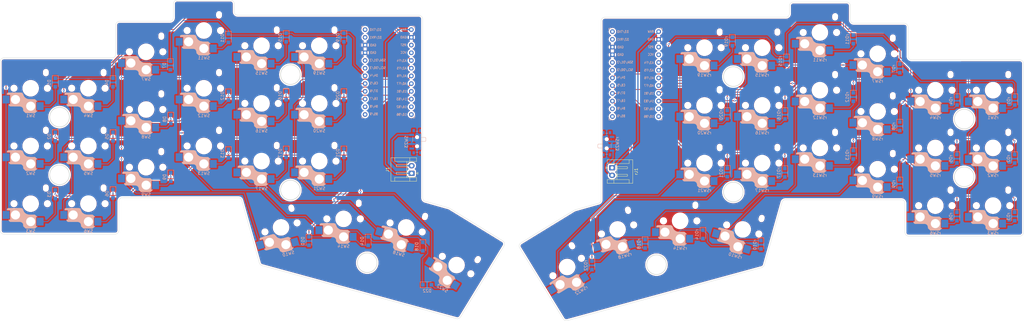
<source format=kicad_pcb>
(kicad_pcb (version 20240108) (generator "pcbnew") (generator_version "8.0")
  (layers (0 "F.Cu" signal) (31 "B.Cu" signal) (34 "B.Paste" user) (35 "F.Paste" user) (36 "B.SilkS" user "B.Silkscreen") (37 "F.SilkS" user "F.Silkscreen") (38 "B.Mask" user) (39 "F.Mask" user) (44 "Edge.Cuts" user))
  (net 0 "")
  (net 1 "Net-(D1-A)")
  (net 2 "Net-(D2-A)")
  (net 3 "Net-(D3-A)")
  (net 4 "Net-(D4-A)")
  (net 5 "Net-(D5-A)")
  (net 6 "Net-(D6-A)")
  (net 7 "Net-(D7-A)")
  (net 8 "Net-(D8-A)")
  (net 9 "Net-(D9-A)")
  (net 10 "Net-(D10-A)")
  (net 11 "Net-(D11-A)")
  (net 12 "Net-(D12-A)")
  (net 13 "Net-(D13-A)")
  (net 14 "Net-(D14-A)")
  (net 15 "Net-(D15-A)")
  (net 16 "Net-(D16-A)")
  (net 17 "Net-(D17-A)")
  (net 18 "Net-(D18-A)")
  (net 19 "Net-(D19-A)")
  (net 20 "Net-(D20-A)")
  (net 21 "Net-(D21-A)")
  (net 22 "Net-(D22-A)")
  (net 23 "GND")
  (net 44 "Net-(rD1-A)")
  (net 45 "Net-(rD2-A)")
  (net 46 "Net-(rD3-A)")
  (net 47 "Net-(rD4-A)")
  (net 48 "Net-(rD5-A)")
  (net 49 "Net-(rD6-A)")
  (net 50 "Net-(rD7-A)")
  (net 51 "Net-(rD8-A)")
  (net 52 "Net-(rD9-A)")
  (net 53 "Net-(rD10-A)")
  (net 54 "Net-(rD11-A)")
  (net 55 "Net-(rD12-A)")
  (net 56 "Net-(rD13-A)")
  (net 57 "Net-(rD14-A)")
  (net 58 "Net-(rD15-A)")
  (net 59 "Net-(rD16-A)")
  (net 60 "Net-(rD17-A)")
  (net 61 "Net-(rD18-A)")
  (net 62 "Net-(rD19-A)")
  (net 63 "Net-(rD20-A)")
  (net 64 "Net-(rD21-A)")
  (net 65 "Net-(rD22-A)")
  (net 66 "/Left/row0")
  (net 67 "/Left/row1")
  (net 68 "/Left/row2")
  (net 69 "/Left/B+")
  (net 70 "/Left/B-")
  (net 71 "/Left/col0")
  (net 72 "/Left/col1")
  (net 73 "/Left/col2")
  (net 74 "/Left/col3")
  (net 75 "/Left/col4")
  (net 76 "/Left/col5")
  (net 77 "/Left/row3")
  (net 78 "/Left/reset")
  (net 79 "/Right/row0")
  (net 80 "/Right/row1")
  (net 81 "/Right/row2")
  (net 82 "/Right/row3")
  (net 83 "/Right/B+")
  (net 84 "/Right/B-")
  (net 85 "/Right/col0")
  (net 86 "/Right/col1")
  (net 87 "/Right/col2")
  (net 88 "/Right/col3")
  (net 89 "/Right/col4")
  (net 90 "/Right/col5")
  (net 91 "/Right/reset")
  (net 92 "GND1")
  (footprint "Connector_JST:JST_EH_S2B-EH_1x02_P2.50mm_Horizontal" (layer "F.Cu") (at 244.851572 97.270648 -90)
    (property "Reference" "rJ1")
    (property "Value" "Conn_01x02_Socket")
  )
  (footprint "Connector_JST:JST_EH_S2B-EH_1x02_P2.50mm_Horizontal" (layer "F.Cu") (at 178.85 99.1 90)
    (property "Reference" "J1")
    (property "Value" "Conn_01x02_Socket")
  )
  (footprint "Diode_SMD:Nexperia_CFP3_SOD-123W" (layer "B.Cu") (at 301.7 98.9 -90)
    (property "Reference" "rD17")
    (property "Value" "D")
  )
  (footprint "kbd:keyswitch_choc12_hotswap_1u" (layer "B.Cu") (at 156.449998 114.1 180)
    (property "Reference" "SW14")
    (property "Value" "SW_PUSH" (hide yes))
  )
  (footprint "kbd:keyswitch_choc12_hotswap_1u" (layer "B.Cu") (at 91.449998 78.1 180)
    (property "Reference" "SW8")
    (property "Value" "SW_PUSH" (hide yes))
  )
  (footprint "Diode_SMD:Nexperia_CFP3_SOD-123W" (layer "B.Cu") (at 284.449998 55.7 -90)
    (property "Reference" "rD19")
    (property "Value" "D")
  )
  (footprint "kbd:keyswitch_choc12_hotswap_1u" (layer "B.Cu") (at 370.249998 71.75 180)
    (property "Reference" "rSW1")
    (property "Value" "SW_PUSH" (hide yes))
  )
  (footprint "Diode_SMD:Nexperia_CFP3_SOD-123W" (layer "B.Cu") (at 99.55 81.3 -90)
    (property "Reference" "D8")
    (property "Value" "D")
  )
  (footprint "Diode_SMD:Nexperia_CFP3_SOD-123W" (layer "B.Cu") (at 156.55 73.5 -90)
    (property "Reference" "D20")
    (property "Value" "D")
  )
  (footprint "kbd:keyswitch_choc12_hotswap_1u" (layer "B.Cu") (at 129.449998 57.1 180)
    (property "Reference" "SW15")
    (property "Value" "SW_PUSH" (hide yes))
  )
  (footprint "Diode_SMD:Nexperia_CFP3_SOD-123W" (layer "B.Cu") (at 377.349998 94.3 -90)
    (property "Reference" "rD2")
    (property "Value" "D")
  )
  (footprint "kbd:keyswitch_choc12_hotswap_1u" (layer "B.Cu") (at 332.249998 59.75 180)
    (property "Reference" "rSW7")
    (property "Value" "SW_PUSH" (hide yes))
  )
  (footprint "Diode_SMD:Nexperia_CFP3_SOD-123W" (layer "B.Cu") (at 61.55 106 -90)
    (property "Reference" "D3")
    (property "Value" "D")
  )
  (footprint "kbd:keyswitch_choc12_hotswap_1u" (layer "B.Cu") (at 148.449998 57.1 180)
    (property "Reference" "SW19")
    (property "Value" "SW_PUSH" (hide yes))
  )
  (footprint "Diode_SMD:Nexperia_CFP3_SOD-123W" (layer "B.Cu") (at 274.749998 119.2 -90)
    (property "Reference" "rD14")
    (property "Value" "D")
  )
  (footprint "kbd:keyswitch_choc12_hotswap_1u" (layer "B.Cu") (at 91.449998 59.1 180)
    (property "Reference" "SW7")
    (property "Value" "SW_PUSH" (hide yes))
  )
  (footprint "Diode_SMD:Nexperia_CFP3_SOD-123W" (layer "B.Cu") (at 282.749998 98.8 -90)
    (property "Reference" "rD21")
    (property "Value" "D")
  )
  (footprint "kbd:keyswitch_choc12_hotswap_1u" (layer "B.Cu") (at 313.249998 52.75 180)
    (property "Reference" "rSW11")
    (property "Value" "SW_PUSH" (hide yes))
  )
  (footprint "kbd:keyswitch_choc12_hotswap_1u" (layer "B.Cu") (at 313.249998 71.75 180)
    (property "Reference" "rSW12")
    (property "Value" "SW_PUSH" (hide yes))
  )
  (footprint "kbd:keyswitch_choc12_hotswap_1u" (layer "B.Cu") (at 230.049998 129.95 -148.527)
    (property "Reference" "rSW22")
    (property "Value" "SW_PUSH" (hide yes))
  )
  (footprint "kbd:keyswitch_choc12_hotswap_1u" (layer "B.Cu") (at 351.249998 109.75 180)
    (property "Reference" "rSW6")
    (property "Value" "SW_PUSH" (hide yes))
  )
  (footprint "kbd:keyswitch_choc12_hotswap_1u" (layer "B.Cu") (at 370.249998 90.75 180)
    (property "Reference" "rSW2")
    (property "Value" "SW_PUSH" (hide yes))
  )
  (footprint "kbd:keyswitch_choc12_hotswap_1u" (layer "B.Cu") (at 332.249998 78.75 180)
    (property "Reference" "rSW8")
    (property "Value" "SW_PUSH" (hide yes))
  )
  (footprint "kbd:ProMicro" (layer "B.Cu") (at 171.1414 66.278 180)
    (property "Reference" "U1" (hide yes))
    (property "Value" "ProMicro" (hide yes))
  )
  (footprint "Diode_SMD:Nexperia_CFP3_SOD-123W" (layer "B.Cu") (at 118.55 54.6 -90)
    (property "Reference" "D11")
    (property "Value" "D")
  )
  (footprint "kbd:keyswitch_choc12_hotswap_1u" (layer "B.Cu") (at 193.649998 129.3 148.527)
    (property "Reference" "SW22")
    (property "Value" "SW_PUSH" (hide yes))
  )
  (footprint "kbd:keyswitch_choc12_hotswap_1u" (layer "B.Cu") (at 351.249998 90.75 180)
    (property "Reference" "rSW5")
    (property "Value" "SW_PUSH" (hide yes))
  )
  (footprint "Button_Switch_SMD:SW_SPDT_PCM12" (layer "B.Cu") (at 243.381572 89.370648 90)
    (property "Reference" "rSW23")
    (property "Value" "PCM12SMTR")
  )
  (footprint "Diode_SMD:Nexperia_CFP3_SOD-123W" (layer "B.Cu") (at 99.45 63.6 -90)
    (property "Reference" "D7")
    (property "Value" "D")
  )
  (footprint "kbd:keyswitch_choc12_hotswap_1u" (layer "B.Cu") (at 351.249998 71.75 180)
    (property "Reference" "rSW4")
    (property "Value" "SW_PUSH" (hide yes))
  )
  (footprint "kbd:keyswitch_choc12_hotswap_1u" (layer "B.Cu") (at 110.449998 90.1 180)
    (property "Reference" "SW13")
    (property "Value" "SW_PUSH" (hide yes))
  )
  (footprint "Diode_SMD:Nexperia_CFP3_SOD-123W" (layer "B.Cu") (at 301.749998 79.8 -90)
    (property "Reference" "rD16")
    (property "Value" "D")
  )
  (footprint "Diode_SMD:Nexperia_CFP3_SOD-123W" (layer "B.Cu") (at 324.249998 74 -90)
    (property "Reference" "rD12")
    (property "Value" "D")
  )
  (footprint "kbd:keyswitch_choc12_hotswap_1u" (layer "B.Cu") (at 370.249998 109.75 180)
    (property "Reference" "rSW3")
    (property "Value" "SW_PUSH" (hide yes))
  )
  (footprint "Diode_SMD:Nexperia_CFP3_SOD-123W" (layer "B.Cu") (at 183.95 135.8)
    (property "Reference" "D22")
    (property "Value" "D")
  )
  (footprint "kbd:keyswitch_choc12_hotswap_1u" (layer "B.Cu") (at 177.049998 116.911939 164.281)
    (property "Reference" "SW18")
    (property "Value" "SW_PUSH" (hide yes))
  )
  (footprint "kbd:keyswitch_choc12_hotswap_1u" (layer "B.Cu") (at 53.449998 71.1 180)
    (property "Reference" "SW1")
    (property "Value" "SW_PUSH" (hide yes))
  )
  (footprint "kbd:ProMicro" (layer "B.Cu") (at 252.561398 66.938 180)
    (property "Reference" "rU1" (hide yes))
    (property "Value" "rProMicro" (hide yes))
  )
  (footprint "Diode_SMD:Nexperia_CFP3_SOD-123W" (layer "B.Cu") (at 282.749998 79.8 -90)
    (property "Reference" "rD20")
    (property "Value" "D")
  )
  (footprint "Diode_SMD:Nexperia_CFP3_SOD-123W" (layer "B.Cu") (at 358.349998 113.3 -90)
    (property "Reference" "rD6")
    (property "Value" "D")
  )
  (footprint "kbd:keyswitch_choc12_hotswap_1u" (layer "B.Cu") (at 135.858182 116.90291 -164.283)
    (property "Reference" "SW10")
    (property "Value" "SW_PUSH" (hide yes))
  )
  (footprint "Diode_SMD:Nexperia_CFP3_SOD-123W" (layer "B.Cu") (at 238.2 129.4 -90)
    (property "Reference" "rD22")
    (property "Value" "D")
  )
  (footprint "Diode_SMD:Nexperia_CFP3_SOD-123W" (layer "B.Cu") (at 61.55 69.2 -90)
    (property "Reference" "D1")
    (property "Value" "D")
  )
  (footprint "Diode_SMD:Nexperia_CFP3_SOD-123W" (layer "B.Cu") (at 324.249998 93 -90)
    (property "Reference" "rD13")
    (property "Value" "D")
  )
  (footprint "kbd:keyswitch_choc12_hotswap_1u" (layer "B.Cu") (at 72.449998 90.1 180)
    (property "Reference" "SW5")
    (property "Value" "SW_PUSH" (hide yes))
  )
  (footprint "Diode_SMD:Nexperia_CFP3_SOD-123W" (layer "B.Cu") (at 293.849998 122.6 -90)
    (property "Reference" "rD10")
    (property "Value" "D")
  )
  (footprint "kbd:keyswitch_choc12_hotswap_1u" (layer "B.Cu") (at 53.449998 90.1 180)
    (property "Reference" "SW2")
    (property "Value" "SW_PUSH" (hide yes))
  )
  (footprint "Diode_SMD:Nexperia_CFP3_SOD-123W" (layer "B.Cu") (at 358.349998 94.3 -90)
    (property "Reference" "rD5")
    (property "Value" "D")
  )
  (footprint "Diode_SMD:Nexperia_CFP3_SOD-123W" (layer "B.Cu") (at 339.549998 64.6 -90)
    (property "Reference" "rD7")
    (property "Value" "D")
  )
  (footprint "kbd:keyswitch_choc12_hotswap_1u" (layer "B.Cu") (at 129.449998 76.1 180)
    (property "Reference" "SW16")
    (property "Value" "SW_PUSH" (hide yes))
  )
  (footprint "Diode_SMD:Nexperia_CFP3_SOD-123W" (layer "B.Cu") (at 377.399998 75.213604 -90)
    (property "Reference" "rD1")
    (property "Value" "D")
  )
  (footprint "Diode_SMD:Nexperia_CFP3_SOD-123W" (layer "B.Cu") (at 255.7 122.3 -90)
    (property "Reference" "rD18")
    (property "Value" "D")
  )
  (footprint "Diode_SMD:Nexperia_CFP3_SOD-123W" (layer "B.Cu") (at 137.55 54.4 -90)
    (property "Reference" "D15")
    (property "Value" "D")
  )
  (footprint "kbd:keyswitch_choc12_hotswap_1u" (layer "B.Cu") (at 53.449998 109.1 180)
    (property "Reference" "SW3")
    (property "Value" "SW_PUSH" (hide yes))
  )
  (footprint "kbd:keyswitch_choc12_hotswap_1u" (layer "B.Cu") (at 313.249998 90.75 180)
    (property "Reference" "rSW13")
    (property "Value" "SW_PUSH" (hide yes))
  )
  (footprint "kbd:keyswitch_choc12_hotswap_1u" (layer "B.Cu") (at 294.249998 95.75 180)
    (property "Reference" "rSW17")
    (property "Value" "SW_PUSH" (hide yes))
  )
  (footprint "kbd:keyswitch_choc12_hotswap_1u" (layer "B.Cu") (at 287.848226 117.570593 164.283)
    (property "Reference" "rSW10")
    (property "Value" "SW_PUSH" (hide yes))
  )
  (footprint "Diode_SMD:Nexperia_CFP3_SOD-123W" (layer "B.Cu") (at 377.349998 113.3 -90)
    (property "Reference" "rD3")
    (property "Value" "D")
  )
  (footprint "kbd:keyswitch_choc12_hotswap_1u" (layer "B.Cu") (at 275.249998 57.75 180)
    (property "Reference" "rSW19")
    (property "Value" "SW_PUSH" (hide yes))
  )
  (footprint "Diode_SMD:Nexperia_CFP3_SOD-123W" (layer "B.Cu") (at 339.549998 83.6 -90)
    (property "Reference" "rD8")
    (property "Value" "D")
  )
  (footprint "kbd:keyswitch_choc12_hotswap_1u" (layer "B.Cu") (at 129.449998 95.1 180)
    (property "Reference" "SW17")
    (property "Value" "SW_PUSH" (hide yes))
  )
  (footprint "Button_Switch_SMD:SW_SPDT_PCM12" (layer "B.Cu") (at 180.32 88.7 -90)
    (property "Reference" "SW23")
    (property "Value" "PCM12SMTR")
  )
  (footprint "kbd:keyswitch_choc12_hotswap_1u" (layer "B.Cu") (at 275.249998 76.75 180)
    (property "Reference" "rSW20")
    (property "Value" "SW_PUSH" (hide yes))
  )
  (footprint "Diode_SMD:Nexperia_CFP3_SOD-123W" (layer "B.Cu") (at 61.55 87 -90)
    (property "Reference" "D2")
    (property "Value" "D")
  )
  (footprint "Diode_SMD:Nexperia_CFP3_SOD-123W" (layer "B.Cu") (at 164.55 121.4 -90)
    (property "Reference" "D14")
    (property "Value" "D")
  )
  (footprint "kbd:keyswitch_choc12_hotswap_1u" (layer "B.Cu") (at 294.249998 76.75 180)
    (property "Reference" "rSW16")
    (property "Value" "SW_PUSH" (hide yes))
  )
  (footprint "kbd:keyswitch_choc12_hotswap_1u" (layer "B.Cu") (at 72.449998 71.1 180)
    (property "Reference" "SW4")
    (property "Value" "SW_PUSH" (hide yes))
  )
  (footprint "Diode_SMD:Nexperia_CFP3_SOD-123W" (layer "B.Cu") (at 358.399998 75.213604 -90)
    (property "Reference" "rD4")
    (property "Value" "D")
  )
  (footprint "Diode_SMD:Nexperia_CFP3_SOD-123W" (layer "B.Cu") (at 118.55 73.6 -90)
    (property "Reference" "D12")
    (property "Value" "D")
  )
  (footprint "Diode_SMD:Nexperia_CFP3_SOD-123W" (layer "B.Cu") (at 339.549998 102.6 -90)
    (property "Reference" "rD9")
    (property "Value" "D")
  )
  (footprint "Diode_SMD:Nexperia_CFP3_SOD-123W" (layer "B.Cu") (at 137.55 73.5 -90)
    (property "Reference" "D16")
    (property "Value" "D")
  )
  (footprint "kbd:keyswitch_choc12_hotswap_1u" (layer "B.Cu") (at 275.249998 95.75 180)
    (property "Reference" "rSW21")
    (property "Value" "SW_PUSH" (hide yes))
  )
  (footprint "kbd:keyswitch_choc12_hotswap_1u" (layer "B.Cu") (at 294.249998 57.75 180)
    (property "Reference" "rSW15")
    (property "Value" "SW_PUSH" (hide yes))
  )
  (footprint "kbd:keyswitch_choc12_hotswap_1u" (layer "B.Cu") (at 246.651572 117.570648 -164.281)
    (property "Reference" "rSW18")
    (property "Value" "SW_PUSH" (hide yes))
  )
  (footprint "Diode_SMD:Nexperia_CFP3_SOD-123W" (layer "B.Cu") (at 99.55 100.3 -90)
    (property "Reference" "D9")
    (property "Value" "D")
  )
  (footprint "kbd:keyswitch_choc12_hotswap_1u" (layer "B.Cu") (at 148.449998 95.1 180)
    (property "Reference" "SW21")
    (property "Value" "SW_PUSH" (hide yes))
  )
  (footprint "Diode_SMD:Nexperia_CFP3_SOD-123W" (layer "B.Cu") (at 302.249998 62.1 -90)
    (property "Reference" "rD15")
    (property "Value" "D")
  )
  (footprint "kbd:keyswitch_choc12_hotswap_1u" (layer "B.Cu") (at 72.449998 109.1 180)
    (property "Reference" "SW6")
    (property "Value" "SW_PUSH" (hide yes))
  )
  (footprint "Diode_SMD:Nexperia_CFP3_SOD-123W" (layer "B.Cu") (at 145.05 121.4 -90)
    (property "Reference" "D10")
    (property "Value" "D")
  )
  (footprint "Diode_SMD:Nexperia_CFP3_SOD-123W" (layer "B.Cu") (at 80.55 69.2 -90)
    (property "Reference" "D4")
    (property "Value" "D")
  )
  (footprint "Diode_SMD:Nexperia_CFP3_SOD-123W" (layer "B.Cu") (at 182.55 123.2 -90)
    (property "Reference" "D18")
    (property "Value" "D")
  )
  (footprint "Diode_SMD:Nexperia_CFP3_SOD-123W" (layer "B.Cu") (at 137.55 92.4 -90)
    (property "Reference" "D17")
    (property "Value" "D")
  )
  (footprint "Diode_SMD:Nexperia_CFP3_SOD-123W" (layer "B.Cu") (at 324.249998 55 -90)
    (property "Reference" "rD11")
    (property "Value" "D")
  )
  (footprint "kbd:keyswitch_choc12_hotswap_1u" (layer "B.Cu") (at 148.449998 76.1 180)
    (property "Reference" "SW20")
    (property "Value" "SW_PUSH" (hide yes))
  )
  (footprint "Diode_SMD:Nexperia_CFP3_SOD-123W" (layer "B.Cu") (at 156.55 54.4 -90)
    (property "Reference" "D19")
    (property "Value" "D")
  )
  (footprint "Diode_SMD:Nexperia_CFP3_SOD-123W" (layer "B.Cu") (at 80.55 105.8 -90)
    (property "Reference" "D6")
    (property "Value" "D")
  )
  (footprint "kbd:keyswitch_choc12_hotswap_1u" (layer "B.Cu") (at 91.449998 97.1 180)
    (property "Reference" "SW9")
    (property "Value" "SW_PUSH" (hide yes))
  )
  (footprint "Diode_SMD:Nexperia_CFP3_SOD-123W" (layer "B.Cu") (at 80.55 87 -90)
    (property "Reference" "D5")
    (property "Value" "D")
  )
  (footprint "kbd:keyswitch_choc12_hotswap_1u" (layer "B.Cu") (at 110.449998 71.1 180)
    (property "Reference" "SW12")
    (property "Value" "SW_PUSH" (hide yes))
  )
  (footprint "Diode_SMD:Nexperia_CFP3_SOD-123W" (layer "B.Cu") (at 118.55 92.6 -90)
    (property "Reference" "D13")
    (property "Value" "D")
  )
  (footprint "kbd:keyswitch_choc12_hotswap_1u" (layer "B.Cu") (at 332.249998 97.75 180)
    (property "Reference" "rSW9")
    (property "Value" "SW_PUSH" (hide yes))
  )
  (footprint "Diode_SMD:Nexperia_CFP3_SOD-123W" (layer "B.Cu") (at 156.55 92.4 -90)
    (property "Reference" "D21")
    (property "Value" "D")
  )
  (footprint "kbd:keyswitch_choc12_hotswap_1u" (layer "B.Cu") (at 267.249998 114.75 180)
    (property "Reference" "rSW14")
    (property "Value" "SW_PUSH" (hide yes))
  )
  (footprint "kbd:keyswitch_choc12_hotswap_1u" (layer "B.Cu") (at 110.449998 52.1 180)
    (property "Reference" "SW11")
    (property "Value" "SW_PUSH" (hide yes))
  )
  (gr_poly (pts (xy 229.89691 147.582472) (xy 229.994006 147.568512) (xy 230.090816 147.546363) (xy 294.099111 130.105499) (xy 294.174312 130.082342) (xy 294.24728 130.054543) (xy 294.317845 130.022272) (xy 294.385835 129.985697) (xy 294.451081 129.944989) (xy 294.51341 129.900316) (xy 294.572653 129.851847) (xy 294.628639 129.799753) (xy 294.681196 129.744202) (xy 294.730155 129.685364) (xy 294.775344 129.623407) (xy 294.816593 129.558502) (xy 294.853731 129.490818) (xy 294.886588 129.420523) (xy 294.914991 129.347788) (xy 294.938772 129.272781) (xy 300.749486 108.624969) (xy 300.764086 108.576934) (xy 300.78055 108.529872) (xy 300.798831 108.483819) (xy 300.81888 108.438813) (xy 300.864095 108.352081) (xy 300.915813 108.269967) (xy 300.973652 108.192759) (xy 301.03723 108.120748) (xy 301.106164 108.054221) (xy 301.180074 107.993469) (xy 301.258577 107.938781) (xy 301.341291 107.890446) (xy 301.427833 107.848754) (xy 301.517823 107.813993) (xy 301.610879 107.786455) (xy 301.706617 107.766427) (xy 301.755373 107.75932) (xy 301.804656 107.754199) (xy 301.854419 107.751101) (xy 301.904615 107.750061) (xy 340.050031 107.750061) (xy 340.111782 107.751622) (xy 340.172723 107.756256) (xy 340.232778 107.763887) (xy 340.291871 107.774441) (xy 340.349928 107.78784) (xy 340.406873 107.80401) (xy 340.46263 107.822877) (xy 340.517124 107.844363) (xy 340.57028 107.868394) (xy 340.622022 107.894894) (xy 340.672275 107.923789) (xy 340.720963 107.955002) (xy 340.768011 107.988458) (xy 340.813343 108.024082) (xy 340.856885 108.061798) (xy 340.898561 108.101532) (xy 340.938295 108.143206) (xy 340.976012 108.186748) (xy 341.011636 108.232079) (xy 341.045093 108.279126) (xy 341.076306 108.327813) (xy 341.105201 108.378065) (xy 341.131701 108.429806) (xy 341.155732 108.48296) (xy 341.177218 108.537453) (xy 341.196084 108.593209) (xy 341.212254 108.650152) (xy 341.225653 108.708208) (xy 341.236205 108.7673) (xy 341.243835 108.827353) (xy 341.248468 108.888293) (xy 341.250028 108.950042) (xy 341.250028 118.550033) (xy 341.25159 118.611784) (xy 341.256224 118.672725) (xy 341.263855 118.73278) (xy 341.274408 118.791873) (xy 341.287807 118.849929) (xy 341.303978 118.906874) (xy 341.322844 118.96263) (xy 341.344331 119.017124) (xy 341.368362 119.070279) (xy 341.394862 119.122021) (xy 341.423757 119.172273) (xy 341.45497 119.220961) (xy 341.488427 119.268008) (xy 341.524051 119.313341) (xy 341.561767 119.356882) (xy 341.601501 119.398557) (xy 341.643176 119.438291) (xy 341.686718 119.476008) (xy 341.73205 119.511632) (xy 341.779098 119.545088) (xy 341.827785 119.576301) (xy 341.878038 119.605196) (xy 341.929779 119.631697) (xy 341.982934 119.655728) (xy 342.037428 119.677214) (xy 342.093185 119.69608) (xy 342.150129 119.712251) (xy 342.208185 119.72565) (xy 342.267279 119.736203) (xy 342.327333 119.743835) (xy 342.388274 119.748469) (xy 342.450025 119.75003) (xy 379.050016 119.75003) (xy 379.111767 119.748467) (xy 379.172708 119.743832) (xy 379.232762 119.7362) (xy 379.291855 119.725645) (xy 379.349911 119.712245) (xy 379.406855 119.696073) (xy 379.462611 119.677206) (xy 379.517104 119.655719) (xy 379.570259 119.631687) (xy 379.622 119.605186) (xy 379.672252 119.576291) (xy 379.720939 119.545077) (xy 379.767986 119.511621) (xy 379.813317 119.475996) (xy 379.856858 119.438279) (xy 379.898532 119.398546) (xy 379.938265 119.356871) (xy 379.975981 119.313329) (xy 380.011605 119.267997) (xy 380.045061 119.22095) (xy 380.076273 119.172263) (xy 380.105167 119.122011) (xy 380.131667 119.07027) (xy 380.155698 119.017116) (xy 380.177183 118.962623) (xy 380.196049 118.906867) (xy 380.212219 118.849923) (xy 380.225618 118.791868) (xy 380.236171 118.732776) (xy 380.243802 118.672722) (xy 380.248436 118.611783) (xy 380.249998 118.550033) (xy 380.249998 62.949997) (xy 380.248436 62.888245) (xy 380.243802 62.827304) (xy 380.236171 62.76725) (xy 380.225618 62.708156) (xy 380.212219 62.650099) (xy 380.196049 62.593155) (xy 380.177183 62.537398) (xy 380.155698 62.482904) (xy 380.131667 62.429748) (xy 380.105167 62.378006) (xy 380.076273 62.327753) (xy 380.045061 62.279065) (xy 380.011605 62.232017) (xy 379.975981 62.186684) (xy 379.938265 62.143142) (xy 379.898532 62.101467) (xy 379.856858 62.061733) (xy 379.813317 62.024016) (xy 379.767986 61.988391) (xy 379.720939 61.954935) (xy 379.672252 61.923722) (xy 379.622 61.894827) (xy 379.570259 61.868326) (xy 379.517104 61.844296) (xy 379.462611 61.82281) (xy 379.406855 61.803944) (xy 379.349911 61.787774) (xy 379.291855 61.774375) (xy 379.232762 61.763823) (xy 379.172708 61.756193) (xy 379.111767 61.75156) (xy 379.050016 61.75) (xy 343.450025 61.75) (xy 343.388274 61.748438) (xy 343.327333 61.743804) (xy 343.267278 61.736173) (xy 343.208185 61.72562) (xy 343.150128 61.71222) (xy 343.093183 61.69605) (xy 343.037426 61.677184) (xy 342.982932 61.655697) (xy 342.929776 61.631666) (xy 342.878034 61.605166) (xy 342.827781 61.576272) (xy 342.779093 61.545058) (xy 342.732044 61.511602) (xy 342.686711 61.475978) (xy 342.643169 61.438262) (xy 342.601493 61.398529) (xy 342.561759 61.356854) (xy 342.524042 61.313313) (xy 342.488417 61.267981) (xy 342.45496 61.220934) (xy 342.423746 61.172247) (xy 342.394851 61.121995) (xy 342.368349 61.070255) (xy 342.344318 61.0171) (xy 342.322831 60.962607) (xy 342.303964 60.906851) (xy 342.287793 60.849908) (xy 342.274393 60.791853) (xy 342.26384 60.732761) (xy 342.256208 60.672707) (xy 342.251574 60.611768) (xy 342.250013 60.550018) (xy 342.250013 50.950027) (xy 342.248451 50.888276) (xy 342.243818 50.827335) (xy 342.236186 50.76728) (xy 342.225634 50.708187) (xy 342.212234 50.65013) (xy 342.196064 50.593185) (xy 342.177199 50.537428) (xy 342.155713 50.482934) (xy 342.131682 50.429778) (xy 342.105182 50.378036) (xy 342.076288 50.327783) (xy 342.045076 50.279095) (xy 342.01162 50.232046) (xy 341.975997 50.186713) (xy 341.938281 50.143171) (xy 341.898548 50.101495) (xy 341.856873 50.061761) (xy 341.813332 50.024044) (xy 341.768001 49.988419) (xy 341.720954 49.954962) (xy 341.672267 49.923748) (xy 341.622015 49.894853) (xy 341.570274 49.868351) (xy 341.51712 49.84432) (xy 341.462626 49.822833) (xy 341.40687 49.803966) (xy 341.349926 49.787795) (xy 341.29187 49.774395) (xy 341.232777 49.763842) (xy 341.172723 49.756211) (xy 341.111782 49.751576) (xy 341.050031 49.750015) (xy 324.450025 49.750015) (xy 324.388273 49.748453) (xy 324.327332 49.743819) (xy 324.267277 49.736188) (xy 324.208183 49.725634) (xy 324.150126 49.712235) (xy 324.093182 49.696064) (xy 324.037425 49.677197) (xy 323.982931 49.65571) (xy 323.929775 49.631679) (xy 323.878034 49.605178) (xy 323.827782 49.576283) (xy 323.779094 49.545069) (xy 323.732046 49.511612) (xy 323.686714 49.475987) (xy 323.643172 49.43827) (xy 323.601497 49.398536) (xy 323.561764 49.356861) (xy 323.524047 49.313319) (xy 323.488423 49.267986) (xy 323.454966 49.220939) (xy 323.423753 49.172251) (xy 323.394858 49.121999) (xy 323.368357 49.070257) (xy 323.344326 49.017102) (xy 323.32284 48.962609) (xy 323.303973 48.906853) (xy 323.287802 48.849909) (xy 323.274403 48.791853) (xy 323.263849 48.732761) (xy 323.256217 48.672707) (xy 323.251583 48.611768) (xy 323.25002 48.550018) (xy 323.250013 43.950027) (xy 323.248451 43.888276) (xy 323.243816 43.827335) (xy 323.236184 43.767281) (xy 323.225631 43.708187) (xy 323.212231 43.650131) (xy 323.196061 43.593187) (xy 323.177195 43.53743) (xy 323.155708 43.482936) (xy 323.131677 43.429781) (xy 323.105177 43.37804) (xy 323.076283 43.327787) (xy 323.04507 43.2791) (xy 323.011614 43.232052) (xy 322.97599 43.18672) (xy 322.938274 43.143178) (xy 322.898541 43.101503) (xy 322.856866 43.061769) (xy 322.813325 43.024053) (xy 322.767994 42.988428) (xy 322.720947 42.954972) (xy 322.672259 42.923759) (xy 322.622008 42.894864) (xy 322.570267 42.868364) (xy 322.517112 42.844333) (xy 322.462619 42.822846) (xy 322.406863 42.80398) (xy 322.349919 42.78781) (xy 322.291863 42.77441) (xy 322.23277 42.763857) (xy 322.172715 42.756226) (xy 322.111775 42.751592) (xy 322.050024 42.75003) (xy 304.450017 42.75003) (xy 304.388266 42.751592) (xy 304.327324 42.756226) (xy 304.267269 42.763857) (xy 304.208176 42.774411) (xy 304.150119 42.787811) (xy 304.093175 42.803981) (xy 304.037418 42.822848) (xy 303.982925 42.844335) (xy 303.929769 42.868366) (xy 303.878028 42.894867) (xy 303.827776 42.923762) (xy 303.779089 42.954976) (xy 303.732042 42.988433) (xy 303.68671 43.024058) (xy 303.643169 43.061775) (xy 303.601494 43.101509) (xy 303.561761 43.143184) (xy 303.524045 43.186726) (xy 303.488421 43.232059) (xy 303.454966 43.279106) (xy 303.423753 43.327794) (xy 303.394859 43.378046) (xy 303.368359 43.429788) (xy 303.344328 43.482943) (xy 303.322842 43.537436) (xy 303.303977 43.593192) (xy 303.287807 43.650136) (xy 303.274407 43.708192) (xy 303.263855 43.767284) (xy 303.256223 43.827338) (xy 303.251589 43.888277) (xy 303.250028 43.950027) (xy 303.250028 46.550033) (xy 303.248553 46.609536) (xy 303.244156 46.668636) (xy 303.236877 46.727233) (xy 303.226756 46.78523) (xy 303.213836 46.842528) (xy 303.198156 46.899029) (xy 303.179757 46.954635) (xy 303.15868 47.009246) (xy 303.134966 47.062766) (xy 303.108656 47.115095) (xy 303.07979 47.166135) (xy 303.048409 47.215788) (xy 303.014553 47.263955) (xy 302.978264 47.310538) (xy 302.939583 47.355439) (xy 302.89855 47.398559) (xy 302.855432 47.439594) (xy 302.810533 47.478276) (xy 302.763952 47.514565) (xy 302.715786 47.54842) (xy 302.666135 47.579801) (xy 302.615096 47.608667) (xy 302.562767 47.634976) (xy 302.509248 47.658689) (xy 302.454636 47.679765) (xy 302.39903 47.698162) (xy 302.342529 47.713841) (xy 302.285229 47.726761) (xy 302.227231 47.73688) (xy 302.168631 47.744158) (xy 302.10953 47.748555) (xy 302.050023 47.75003) (xy 242.450025 47.75003) (xy 242.388273 47.751592) (xy 242.327333 47.756226) (xy 242.267278 47.763857) (xy 242.208184 47.774411) (xy 242.150128 47.78781) (xy 242.093183 47.803981) (xy 242.037426 47.822848) (xy 241.982933 47.844335) (xy 241.929777 47.868366) (xy 241.878036 47.894867) (xy 241.827784 47.923762) (xy 241.779096 47.954976) (xy 241.732048 47.988433) (xy 241.686716 48.024058) (xy 241.643175 48.061775) (xy 241.601499 48.101509) (xy 241.561766 48.143184) (xy 241.524049 48.186726) (xy 241.488425 48.232059) (xy 241.454969 48.279106) (xy 241.423756 48.327794) (xy 241.394861 48.378046) (xy 241.368361 48.429788) (xy 241.34433 48.482943) (xy 241.322844 48.537436) (xy 241.303978 48.593192) (xy 241.287807 48.650136) (xy 241.274408 48.708192) (xy 241.263855 48.767284) (xy 241.256223 48.827338) (xy 241.251589 48.888277) (xy 241.250028 48.950027) (xy 241.250028 107.81723) (xy 241.248997 107.867198) (xy 241.245925 107.916739) (xy 241.240848 107.965808) (xy 241.233803 108.014355) (xy 241.224823 108.062335) (xy 241.213946 108.1097) (xy 241.201207 108.156403) (xy 241.186641 108.202396) (xy 241.170283 108.247632) (xy 241.15217 108.292064) (xy 241.132337 108.335645) (xy 241.110819 108.378327) (xy 241.087652 108.420064) (xy 241.062872 108.460807) (xy 241.036514 108.500511) (xy 241.008614 108.539127) (xy 240.979207 108.576608) (xy 240.948329 108.612908) (xy 240.916016 108.647978) (xy 240.882302 108.681772) (xy 240.847225 108.714243) (xy 240.810818 108.745342) (xy 240.773118 108.775024) (xy 240.734161 108.80324) (xy 240.693981 108.829944) (xy 240.652615 108.855088) (xy 240.610098 108.878624) (xy 240.566466 108.900507) (xy 240.521754 108.920688) (xy 240.475997 108.93912) (xy 240.429232 108.955757) (xy 240.381494 108.97055) (xy 232.658136 111.143905) (xy 232.618587 111.155773) (xy 232.579503 111.168983) (xy 232.54092 111.183519) (xy 232.502869 111.199367) (xy 232.465385 111.216513) (xy 232.428501 111.234942) (xy 232.392252 111.254638) (xy 232.35667 111.275589) (xy 214.843441 121.996551) (xy 214.791589 122.030124) (xy 214.742033 122.065894) (xy 214.694797 122.103758) (xy 214.649907 122.143611) (xy 214.607387 122.185351) (xy 214.567263 122.228873) (xy 214.529559 122.274075) (xy 214.4943 122.320851) (xy 214.461512 122.369099) (xy 214.431218 122.418715) (xy 214.403445 122.469595) (xy 214.378216 122.521635) (xy 214.355558 122.574733) (xy 214.335494 122.628784) (xy 214.31805 122.683684) (xy 214.303251 122.73933) (xy 214.291122 122.795618) (xy 214.281687 122.852445) (xy 214.274972 122.909707) (xy 214.271002 122.9673) (xy 214.269801 123.02512) (xy 214.271394 123.083065) (xy 214.275806 123.141029) (xy 214.283063 123.19891) (xy 214.293189 123.256604) (xy 214.30621 123.314008) (xy 214.322149 123.371016) (xy 214.341032 123.427527) (xy 214.362885 123.483436) (xy 214.387731 123.538639) (xy 214.415596 123.593033) (xy 214.446505 123.646515) (xy 228.751888 147.015098) (xy 228.807176 147.097596) (xy 228.868286 147.17433) (xy 228.934781 147.245125) (xy 229.006226 147.30981) (xy 229.082183 147.36821) (xy 229.162218 147.420154) (xy 229.245892 147.465467) (xy 229.332772 147.503976) (xy 229.422419 147.53551) (xy 229.514398 147.559894) (xy 229.608274 147.576955) (xy 229.703608 147.58652) (xy 229.799966 147.588417)) (stroke (width 0.1)) (fill none) (layer "Edge.Cuts"))
  (gr_poly (pts (xy 164.066814 131.771449) (xy 163.901832 131.758909) (xy 163.739246 131.738258) (xy 163.579262 131.709699) (xy 163.422082 131.673438) (xy 163.267912 131.629677) (xy 163.116954 131.578621) (xy 162.969413 131.520473) (xy 162.825493 131.455438) (xy 162.685398 131.383719) (xy 162.549332 131.305521) (xy 162.4175 131.221046) (xy 162.290104 131.1305) (xy 162.167349 131.034086) (xy 162.04944 130.932007) (xy 161.936579 130.824468) (xy 161.828972 130.711673) (xy 161.726822 130.593826) (xy 161.630333 130.47113) (xy 161.53971 130.343789) (xy 161.455156 130.212008) (xy 161.376875 130.07599) (xy 161.305072 129.935939) (xy 161.23995 129.792059) (xy 161.181713 129.644554) (xy 161.130566 129.493627) (xy 161.086713 129.339484) (xy 161.050357 129.182327) (xy 161.021702 129.02236) (xy 161.000953 128.859788) (xy 160.988314 128.694814) (xy 160.983988 128.527651) (xy 160.988314 128.360485) (xy 161.000953 128.19551) (xy 161.021702 128.032937) (xy 161.050357 127.872969) (xy 161.086713 127.71581) (xy 161.130566 127.561665) (xy 161.181713 127.410738) (xy 161.23995 127.263231) (xy 161.305072 127.11935) (xy 161.376875 126.979298) (xy 161.455156 126.843278) (xy 161.53971 126.711496) (xy 161.630333 126.584154) (xy 161.726822 126.461457) (xy 161.828972 126.343608) (xy 161.936579 126.230812) (xy 162.04944 126.123272) (xy 162.167349 126.021193) (xy 162.290104 125.924777) (xy 162.4175 125.83423) (xy 162.549332 125.749755) (xy 162.685398 125.671555) (xy 162.825493 125.599836) (xy 162.969413 125.5348) (xy 163.116954 125.476652) (xy 163.267912 125.425595) (xy 163.422082 125.381834) (xy 163.579262 125.345572) (xy 163.739246 125.317013) (xy 163.901832 125.296362) (xy 164.066814 125.283822) (xy 164.233988 125.279596) (xy 164.401163 125.283822) (xy 164.566145 125.296362) (xy 164.72873 125.317013) (xy 164.888715 125.345572) (xy 165.045894 125.381834) (xy 165.200065 125.425595) (xy 165.351023 125.476652) (xy 165.498564 125.5348) (xy 165.642483 125.599835) (xy 165.782578 125.671554) (xy 165.918644 125.749753) (xy 166.050477 125.834228) (xy 166.177873 125.924775) (xy 166.300627 126.02119) (xy 166.418537 126.123269) (xy 166.531397 126.230808) (xy 166.639005 126.343603) (xy 166.741154 126.461451) (xy 166.837643 126.584147) (xy 166.928267 126.711488) (xy 167.012821 126.84327) (xy 167.091101 126.979288) (xy 167.162905 127.119339) (xy 167.228027 127.263218) (xy 167.286263 127.410723) (xy 167.33741 127.561649) (xy 167.381264 127.715792) (xy 167.41762 127.872948) (xy 167.446274 128.032914) (xy 167.467023 128.195485) (xy 167.479663 128.360458) (xy 167.483988 128.527628) (xy 167.479663 128.694801) (xy 167.467023 128.859776) (xy 167.446274 129.022349) (xy 167.41762 129.182316) (xy 167.381264 129.339475) (xy 167.33741 129.493619) (xy 167.286263 129.644546) (xy 167.228027 129.792052) (xy 167.162905 129.935933) (xy 167.091101 130.075985) (xy 167.012821 130.212004) (xy 166.928267 130.343785) (xy 166.837643 130.471127) (xy 166.741154 130.593823) (xy 166.639005 130.711671) (xy 166.531397 130.824466) (xy 166.418537 130.932006) (xy 166.300627 131.034084) (xy 166.177873 131.130499) (xy 166.050477 131.221046) (xy 165.918644 131.30552) (xy 165.782578 131.383719) (xy 165.642483 131.455438) (xy 165.498564 131.520473) (xy 165.351023 131.578621) (xy 165.200065 131.629677) (xy 165.045894 131.673438) (xy 164.888715 131.709699) (xy 164.72873 131.738258) (xy 164.566145 131.758909) (xy 164.401163 131.771449) (xy 164.233988 131.775675)) (stroke (width 0.2)) (fill none) (layer "Edge.Cuts"))
  (gr_poly (pts (xy 193.803106 146.932442) (xy 193.70601 146.918482) (xy 193.6092 146.896333) (xy 129.600905 129.455469) (xy 129.525704 129.432312) (xy 129.452736 129.404513) (xy 129.382171 129.372242) (xy 129.314181 129.335667) (xy 129.248935 129.294959) (xy 129.186606 129.250286) (xy 129.127363 129.201817) (xy 129.071377 129.149723) (xy 129.01882 129.094172) (xy 128.969861 129.035334) (xy 128.924672 128.973377) (xy 128.883423 128.908472) (xy 128.846285 128.840788) (xy 128.813428 128.770493) (xy 128.785025 128.697758) (xy 128.761244 128.622751) (xy 122.95053 107.974939) (xy 122.93593 107.926904) (xy 122.919466 107.879842) (xy 122.901185 107.833789) (xy 122.881136 107.788783) (xy 122.835921 107.702051) (xy 122.784203 107.619937) (xy 122.726364 107.542729) (xy 122.662786 107.470718) (xy 122.593852 107.404191) (xy 122.519942 107.343439) (xy 122.441439 107.288751) (xy 122.358725 107.240416) (xy 122.272183 107.198724) (xy 122.182193 107.163963) (xy 122.089137 107.136425) (xy 121.993399 107.116397) (xy 121.944643 107.10929) (xy 121.89536 107.104169) (xy 121.845597 107.101071) (xy 121.795401 107.100031) (xy 83.649985 107.100031) (xy 83.588234 107.101592) (xy 83.527293 107.106226) (xy 83.467238 107.113857) (xy 83.408145 107.124411) (xy 83.350088 107.13781) (xy 83.293143 107.15398) (xy 83.237386 107.172847) (xy 83.182892 107.194333) (xy 83.129736 107.218364) (xy 83.077994 107.244864) (xy 83.027741 107.273759) (xy 82.979053 107.304972) (xy 82.932005 107.338428) (xy 82.886673 107.374052) (xy 82.843131 107.411768) (xy 82.801455 107.451502) (xy 82.761721 107.493176) (xy 82.724004 107.536718) (xy 82.68838 107.582049) (xy 82.654923 107.629096) (xy 82.62371 107.677783) (xy 82.594815 107.728035) (xy 82.568315 107.779776) (xy 82.544284 107.83293) (xy 82.522798 107.887423) (xy 82.503932 107.943179) (xy 82.487762 108.000122) (xy 82.474363 108.058178) (xy 82.463811 108.11727) (xy 82.456181 108.177323) (xy 82.451548 108.238263) (xy 82.449988 108.300012) (xy 82.449988 117.900003) (xy 82.448426 117.961754) (xy 82.443792 118.022695) (xy 82.436161 118.08275) (xy 82.425608 118.141843) (xy 82.412209 118.199899) (xy 82.396038 118.256844) (xy 82.377172 118.3126) (xy 82.355685 118.367094) (xy 82.331654 118.420249) (xy 82.305154 118.471991) (xy 82.276259 118.522243) (xy 82.245046 118.570931) (xy 82.211589 118.617978) (xy 82.175965 118.663311) (xy 82.138249 118.706852) (xy 82.098515 118.748527) (xy 82.05684 118.788261) (xy 82.013298 118.825978) (xy 81.967966 118.861602) (xy 81.920918 118.895058) (xy 81.872231 118.926271) (xy 81.821978 118.955166) (xy 81.770237 118.981667) (xy 81.717082 119.005698) (xy 81.662588 119.027184) (xy 81.606831 119.04605) (xy 81.549887 119.062221) (xy 81.491831 119.07562) (xy 81.432737 119.086173) (xy 81.372683 119.093805) (xy 81.311742 119.098439) (xy 81.249991 119.1) (xy 44.65 119.1) (xy 44.588249 119.098437) (xy 44.527308 119.093802) (xy 44.467254 119.08617) (xy 44.408161 119.075615) (xy 44.350105 119.062215) (xy 44.293161 119.046043) (xy 44.237405 119.027176) (xy 44.182912 119.005689) (xy 44.129757 118.981657) (xy 44.078016 118.955156) (xy 44.027764 118.926261) (xy 43.979077 118.895047) (xy 43.93203 118.861591) (xy 43.886699 118.825966) (xy 43.843158 118.788249) (xy 43.801484 118.748516) (xy 43.761751 118.706841) (xy 43.724035 118.663299) (xy 43.688411 118.617967) (xy 43.654955 118.57092) (xy 43.623743 118.522233) (xy 43.594849 118.471981) (xy 43.568349 118.42024) (xy 43.544318 118.367086) (xy 43.522833 118.312593) (xy 43.503967 118.256837) (xy 43.487797 118.199893) (xy 43.474398 118.141838) (xy 43.463845 118.082746) (xy 43.456214 118.022692) (xy 43.45158 117.961753) (xy 43.450018 117.900003) (xy 43.450018 62.299967) (xy 43.45158 62.238215) (xy 43.456214 62.177274) (xy 43.463845 62.11722) (xy 43.474398 62.058126) (xy 43.487797 62.000069) (xy 43.503967 61.943125) (xy 43.522833 61.887368) (xy 43.544318 61.832874) (xy 43.568349 61.779718) (xy 43.594849 61.727976) (xy 43.623743 61.677723) (xy 43.654955 61.629035) (xy 43.688411 61.581987) (xy 43.724035 61.536654) (xy 43.761751 61.493112) (xy 43.801484 61.451437) (xy 43.843158 61.411703) (xy 43.886699 61.373986) (xy 43.93203 61.338361) (xy 43.979077 61.304905) (xy 44.027764 61.273692) (xy 44.078016 61.244797) (xy 44.129757 61.218296) (xy 44.182912 61.194266) (xy 44.237405 61.17278) (xy 44.293161 61.153914) (xy 44.350105 61.137744) (xy 44.408161 61.124345) (xy 44.467254 61.113793) (xy 44.527308 61.106163) (xy 44.588249 61.10153) (xy 44.65 61.09997) (xy 80.249991 61.09997) (xy 80.311742 61.098408) (xy 80.372683 61.093774) (xy 80.432738 61.086143) (xy 80.491831 61.07559) (xy 80.549888 61.06219) (xy 80.606833 61.04602) (xy 80.66259 61.027154) (xy 80.717084 61.005667) (xy 80.77024 60.981636) (xy 80.821982 60.955136) (xy 80.872235 60.926242) (xy 80.920923 60.895028) (xy 80.967972 60.861572) (xy 81.013305 60.825948) (xy 81.056847 60.788232) (xy 81.098523 60.748499) (xy 81.138257 60.706824) (xy 81.175974 60.663283) (xy 81.211599 60.617951) (xy 81.245056 60.570904) (xy 81.27627 60.522217) (xy 81.305165 60.471965) (xy 81.331667 60.420225) (xy 81.355698 60.36707) (xy 81.377185 60.312577) (xy 81.396052 60.256821) (xy 81.412223 60.199878) (xy 81.425623 60.141823) (xy 81.436176 60.082731) (xy 81.443808 60.022677) (xy 81.448442 59.961738) (xy 81.450003 59.899988) (xy 81.450003 50.299997) (xy 81.451565 50.238246) (xy 81.456198 50.177305) (xy 81.46383 50.11725) (xy 81.474382 50.058157) (xy 81.487782 50.0001) (xy 81.503952 49.943155) (xy 81.522817 49.887398) (xy 81.544303 49.832904) (xy 81.568334 49.779748) (xy 81.594834 49.728006) (xy 81.623728 49.677753) (xy 81.65494 49.629065) (xy 81.688396 49.582016) (xy 81.724019 49.536683) (xy 81.761735 49.493141) (xy 81.801468 49.451465) (xy 81.843143 49.411731) (xy 81.886684 49.374014) (xy 81.932015 49.338389) (xy 81.979062 49.304932) (xy 82.027749 49.273718) (xy 82.078001 49.244823) (xy 82.129742 49.218321) (xy 82.182896 49.19429) (xy 82.23739 49.172803) (xy 82.293146 49.153936) (xy 82.35009 49.137765) (xy 82.408146 49.124365) (xy 82.467239 49.113812) (xy 82.527293 49.106181) (xy 82.588234 49.101546) (xy 82.649985 49.099985) (xy 99.249991 49.099985) (xy 99.311743 49.098423) (xy 99.372684 49.093789) (xy 99.432739 49.086158) (xy 99.491833 49.075604) (xy 99.54989 49.062205) (xy 99.606834 49.046034) (xy 99.662591 49.027167) (xy 99.717085 49.00568) (xy 99.770241 48.981649) (xy 99.821982 48.955148) (xy 99.872234 48.926253) (xy 99.920922 48.895039) (xy 99.96797 48.861582) (xy 100.013302 48.825957) (xy 100.056844 48.78824) (xy 100.098519 48.748506) (xy 100.138252 48.706831) (xy 100.175969 48.663289) (xy 100.211593 48.617956) (xy 100.24505 48.570909) (xy 100.276263 48.522221) (xy 100.305158 48.471969) (xy 100.331659 48.420227) (xy 100.35569 48.367072) (xy 100.377176 48.312579) (xy 100.396043 48.256823) (xy 100.412214 48.199879) (xy 100.425613 48.141823) (xy 100.436167 48.082731) (xy 100.443799 48.022677) (xy 100.448433 47.961738) (xy 100.449996 47.899988) (xy 100.450003 43.299997) (xy 100.451565 43.238246) (xy 100.4562 43.177305) (xy 100.463832 43.117251) (xy 100.474385 43.058157) (xy 100.487785 43.000101) (xy 100.503955 42.943157) (xy 100.522821 42.8874) (xy 100.544308 42.832906) (xy 100.568339 42.779751) (xy 100.594839 42.72801) (xy 100.623733 42.677757) (xy 100.654946 42.62907) (xy 100.688402 42.582022) (xy 100.724026 42.53669) (xy 100.761742 42.493148) (xy 100.801475 42.451473) (xy 100.84315 42.411739) (xy 100.886691 42.374023) (xy 100.932022 42.338398) (xy 100.979069 42.304942) (xy 101.027757 42.273729) (xy 101.078008 42.244834) (xy 101.129749 42.218334) (xy 101.182904 42.194303) (xy 101.237397 42.172816) (xy 101.293153 42.15395) (xy 101.350097 42.13778) (xy 101.408153 42.12438) (xy 101.467246 42.113827) (xy 101.527301 42.106196) (xy 101.588241 42.101562) (xy 101.649992 42.1) (xy 119.249999 42.1) (xy 119.31175 42.101562) (xy 119.372692 42.106196) (xy 119.432747 42.113827) (xy 119.49184 42.124381) (xy 119.549897 42.137781) (xy 119.606841 42.153951) (xy 119.662598 42.172818) (xy 119.717091 42.194305) (xy 119.770247 42.218336) (xy 119.821988 42.244837) (xy 119.87224 42.273732) (xy 119.920927 42.304946) (xy 119.967974 42.338403) (xy 120.013306 42.374028) (xy 120.056847 42.411745) (xy 120.098522 42.451479) (xy 120.138255 42.493154) (xy 120.175971 42.536696) (xy 120.211595 42.582029) (xy 120.24505 42.629076) (xy 120.276263 42.677764) (xy 120.305157 42.728016) (xy 120.331657 42.779758) (xy 120.355688 42.832913) (xy 120.377174 42.887406) (xy 120.396039 42.943162) (xy 120.412209 43.000106) (xy 120.425609 43.058162) (xy 120.436161 43.117254) (xy 120.443793 43.177308) (xy 120.448427 43.238247) (xy 120.449988 43.299997) (xy 120.449988 45.900003) (xy 120.451463 45.959506) (xy 120.45586 46.018606) (xy 120.463139 46.077203) (xy 120.47326 46.1352) (xy 120.48618 46.192498) (xy 120.50186 46.248999) (xy 120.520259 46.304605) (xy 120.541336 46.359216) (xy 120.56505 46.412736) (xy 120.59136 46.465065) (xy 120.620226 46.516105) (xy 120.651607 46.565758) (xy 120.685463 46.613925) (xy 120.721752 46.660508) (xy 120.760433 46.705409) (xy 120.801466 46.748529) (xy 120.844584 46.789564) (xy 120.889483 46.828246) (xy 120.936064 46.864535) (xy 120.98423 46.89839) (xy 121.033881 46.929771) (xy 121.08492 46.958637) (xy 121.137249 46.984946) (xy 121.190768 47.008659) (xy 121.24538 47.029735) (xy 121.300986 47.048132) (xy 121.357487 47.063811) (xy 121.414787 47.076731) (xy 121.472785 47.08685) (xy 121.531385 47.094128) (xy 121.590486 47.098525) (xy 121.649993 47.1) (xy 181.249991 47.1) (xy 181.311743 47.101562) (xy 181.372683 47.106196) (xy 181.432738 47.113827) (xy 181.491832 47.124381) (xy 181.549888 47.13778) (xy 181.606833 47.153951) (xy 181.66259 47.172818) (xy 181.717083 47.194305) (xy 181.770239 47.218336) (xy 181.82198 47.244837) (xy 181.872232 47.273732) (xy 181.92092 47.304946) (xy 181.967968 47.338403) (xy 182.0133 47.374028) (xy 182.056841 47.411745) (xy 182.098517 47.451479) (xy 182.13825 47.493154) (xy 182.175967 47.536696) (xy 182.211591 47.582029) (xy 182.245047 47.629076) (xy 182.27626 47.677764) (xy 182.305155 47.728016) (xy 182.331655 47.779758) (xy 182.355686 47.832913) (xy 182.377172 47.887406) (xy 182.396038 47.943162) (xy 182.412209 48.000106) (xy 182.425608 48.058162) (xy 182.436161 48.117254) (xy 182.443793 48.177308) (xy 182.448427 48.238247) (xy 182.449988 48.299997) (xy 182.449988 107.1672) (xy 182.451019 107.217168) (xy 182.454091 107.266709) (xy 182.459168 107.315778) (xy 182.466213 107.364325) (xy 182.475193 107.412305) (xy 182.48607 107.45967) (xy 182.498809 107.506373) (xy 182.513375 107.552366) (xy 182.529733 107.597602) (xy 182.547846 107.642034) (xy 182.567679 107.685615) (xy 182.589197 107.728297) (xy 182.612364 107.770034) (xy 182.637144 107.810777) (xy 182.663502 107.850481) (xy 182.691402 107.889097) (xy 182.720809 107.926578) (xy 182.751687 107.962878) (xy 182.784 107.997948) (xy 182.817714 108.031742) (xy 182.852791 108.064213) (xy 182.889198 108.095312) (xy 182.926898 108.124994) (xy 182.965855 108.15321) (xy 183.006035 108.179914) (xy 183.047401 108.205058) (xy 183.089918 108.228594) (xy 183.13355 108.250477) (xy 183.178262 108.270658) (xy 183.224019 108.28909) (xy 183.270784 108.305727) (xy 183.318522 108.32052) (xy 191.04188 110.493875) (xy 191.081429 110.505743) (xy 191.120513 110.518953) (xy 191.159096 110.533489) (xy 191.197147 110.549337) (xy 191.234631 110.566483) (xy 191.271515 110.584912) (xy 191.307764 110.604608) (xy 191.343346 110.625559) (xy 208.856575 121.346521) (xy 208.908427 121.380094) (xy 208.957983 121.415864) (xy 209.005219 121.453728) (xy 209.050109 121.493581) (xy 209.092629 121.535321) (xy 209.132753 121.578843) (xy 209.170457 121.624045) (xy 209.205716 121.670821) (xy 209.238504 121.719069) (xy 209.268798 121.768685) (xy 209.296571 121.819565) (xy 209.3218 121.871605) (xy 209.344458 121.924703) (xy 209.364522 121.978754) (xy 209.381966 122.033654) (xy 209.396765 122.0893) (xy 209.408894 122.145588) (xy 209.418329 122.202415) (xy 209.425044 122.259677) (xy 209.429014 122.31727) (xy 209.430215 122.37509) (xy 209.428622 122.433035) (xy 209.42421 122.490999) (xy 209.416953 122.54888) (xy 209.406827 122.606574) (xy 209.393806 122.663978) (xy 209.377867 122.720986) (xy 209.358984 122.777497) (xy 209.337131 122.833406) (xy 209.312285 122.888609) (xy 209.28442 122.943003) (xy 209.253511 122.996485) (xy 194.948128 146.365068) (xy 194.89284 146.447566) (xy 194.83173 146.5243) (xy 194.765235 146.595095) (xy 194.69379 146.65978) (xy 194.617833 146.71818) (xy 194.537798 146.770124) (xy 194.454124 146.815437) (xy 194.367244 146.853946) (xy 194.277597 146.88548) (xy 194.185618 146.909864) (xy 194.091742 146.926925) (xy 193.996408 146.93649) (xy 193.90005 146.938387)) (stroke (width 0.1)) (fill none) (layer "Edge.Cuts"))
  (gr_poly (pts (xy 138.782814 69.843822) (xy 138.617832 69.831281) (xy 138.455248 69.81063) (xy 138.295264 69.782072) (xy 138.138085 69.74581) (xy 137.983914 69.702049) (xy 137.832957 69.650993) (xy 137.685416 69.592846) (xy 137.541496 69.527811) (xy 137.401401 69.456092) (xy 137.265335 69.377893) (xy 137.133502 69.293419) (xy 137.006107 69.202872) (xy 136.883352 69.106458) (xy 136.765442 69.00438) (xy 136.652582 68.896841) (xy 136.544974 68.784046) (xy 136.442824 68.666198) (xy 136.346335 68.543502) (xy 136.255712 68.416162) (xy 136.171157 68.28438) (xy 136.092876 68.148362) (xy 136.021073 68.008311) (xy 135.955951 67.864431) (xy 135.897714 67.716926) (xy 135.846567 67.566) (xy 135.802713 67.411856) (xy 135.766357 67.254699) (xy 135.737702 67.094733) (xy 135.716953 66.932161) (xy 135.704314 66.767187) (xy 135.699988 66.600023) (xy 135.704314 66.432858) (xy 135.716953 66.267883) (xy 135.737702 66.105309) (xy 135.766357 65.945341) (xy 135.802713 65.788183) (xy 135.846567 65.634038) (xy 135.897714 65.48311) (xy 135.955951 65.335604) (xy 136.021073 65.191722) (xy 136.092876 65.05167) (xy 136.171157 64.915651) (xy 136.255712 64.783868) (xy 136.346335 64.656526) (xy 136.442824 64.533829) (xy 136.544974 64.41598) (xy 136.652582 64.303184) (xy 136.765442 64.195644) (xy 136.883352 64.093565) (xy 137.006107 63.99715) (xy 137.133502 63.906602) (xy 137.265335 63.822127) (xy 137.401401 63.743928) (xy 137.541496 63.672208) (xy 137.685416 63.607172) (xy 137.832957 63.549024) (xy 137.983914 63.497968) (xy 138.138085 63.454206) (xy 138.295264 63.417945) (xy 138.455248 63.389386) (xy 138.617832 63.368734) (xy 138.782814 63.356194) (xy 138.949988 63.351969) (xy 139.117163 63.356194) (xy 139.282145 63.368734) (xy 139.44473 63.389386) (xy 139.604715 63.417944) (xy 139.761894 63.454206) (xy 139.916065 63.497967) (xy 140.067023 63.549024) (xy 140.214564 63.607172) (xy 140.358485 63.672208) (xy 140.49858 63.743927) (xy 140.634646 63.822126) (xy 140.766479 63.906601) (xy 140.893875 63.997148) (xy 141.01663 64.093562) (xy 141.13454 64.195641) (xy 141.247401 64.30318) (xy 141.355008 64.415976) (xy 141.457159 64.533824) (xy 141.553648 64.65652) (xy 141.644271 64.783861) (xy 141.728826 64.915642) (xy 141.807107 65.05166) (xy 141.87891 65.191711) (xy 141.944033 65.335591) (xy 142.002269 65.483096) (xy 142.053417 65.634022) (xy 142.097271 65.788165) (xy 142.133627 65.945321) (xy 142.162281 66.105286) (xy 142.18303 66.267857) (xy 142.19567 66.43283) (xy 142.199996 66.6) (xy 142.19567 66.767173) (xy 142.18303 66.932148) (xy 142.162281 67.094721) (xy 142.133627 67.254689) (xy 142.097271 67.411847) (xy 142.053417 67.565992) (xy 142.002269 67.716919) (xy 141.944033 67.864425) (xy 141.87891 68.008306) (xy 141.807107 68.148357) (xy 141.728826 68.284376) (xy 141.644271 68.416158) (xy 141.553648 68.543499) (xy 141.457159 68.666196) (xy 141.355008 68.784043) (xy 141.247401 68.896839) (xy 141.13454 69.004378) (xy 141.01663 69.106457) (xy 140.893875 69.202871) (xy 140.766479 69.293418) (xy 140.634646 69.377893) (xy 140.49858 69.456091) (xy 140.358485 69.52781) (xy 140.214564 69.592845) (xy 140.067023 69.650993) (xy 139.916065 69.702049) (xy 139.761894 69.74581) (xy 139.604715 69.782072) (xy 139.44473 69.81063) (xy 139.282145 69.831281) (xy 139.117163 69.843822) (xy 138.949988 69.848047)) (stroke (width 0.2)) (fill none) (layer "Edge.Cuts"))
  (gr_poly (pts (xy 284.917202 70.493852) (xy 285.082184 70.481311) (xy 285.244768 70.46066) (xy 285.404752 70.432102) (xy 285.561931 70.39584) (xy 285.716102 70.352079) (xy 285.867059 70.301023) (xy 286.0146 70.242876) (xy 286.15852 70.177841) (xy 286.298615 70.106122) (xy 286.434681 70.027923) (xy 286.566514 69.943449) (xy 286.693909 69.852902) (xy 286.816664 69.756488) (xy 286.934574 69.65441) (xy 287.047434 69.546871) (xy 287.155042 69.434076) (xy 287.257192 69.316228) (xy 287.353681 69.193532) (xy 287.444304 69.066192) (xy 287.528859 68.93441) (xy 287.60714 68.798392) (xy 287.678943 68.658341) (xy 287.744065 68.514461) (xy 287.802302 68.366956) (xy 287.853449 68.21603) (xy 287.897303 68.061886) (xy 287.933659 67.904729) (xy 287.962314 67.744763) (xy 287.983063 67.582191) (xy 287.995702 67.417217) (xy 288.000028 67.250053) (xy 287.995702 67.082888) (xy 287.983063 66.917913) (xy 287.962314 66.755339) (xy 287.933659 66.595371) (xy 287.897303 66.438213) (xy 287.853449 66.284068) (xy 287.802302 66.13314) (xy 287.744065 65.985634) (xy 287.678943 65.841752) (xy 287.60714 65.7017) (xy 287.528859 65.565681) (xy 287.444304 65.433898) (xy 287.353681 65.306556) (xy 287.257192 65.183859) (xy 287.155042 65.06601) (xy 287.047434 64.953214) (xy 286.934574 64.845674) (xy 286.816664 64.743595) (xy 286.693909 64.64718) (xy 286.566514 64.556632) (xy 286.434681 64.472157) (xy 286.298615 64.393958) (xy 286.15852 64.322238) (xy 286.0146 64.257202) (xy 285.867059 64.199054) (xy 285.716102 64.147998) (xy 285.561931 64.104236) (xy 285.404752 64.067975) (xy 285.244768 64.039416) (xy 285.082184 64.018764) (xy 284.917202 64.006224) (xy 284.750028 64.001999) (xy 284.582853 64.006224) (xy 284.417871 64.018764) (xy 284.255286 64.039416) (xy 284.095301 64.067974) (xy 283.938122 64.104236) (xy 283.783951 64.147997) (xy 283.632993 64.199054) (xy 283.485452 64.257202) (xy 283.341531 64.322238) (xy 283.201436 64.393957) (xy 283.06537 64.472156) (xy 282.933537 64.556631) (xy 282.806141 64.647178) (xy 282.683386 64.743592) (xy 282.565476 64.845671) (xy 282.452615 64.95321) (xy 282.345008 65.066006) (xy 282.242857 65.183854) (xy 282.146368 65.30655) (xy 282.055745 65.433891) (xy 281.97119 65.565672) (xy 281.892909 65.70169) (xy 281.821106 65.841741) (xy 281.755983 65.985621) (xy 281.697747 66.133126) (xy 281.646599 66.284052) (xy 281.602745 66.438195) (xy 281.566389 66.595351) (xy 281.537735 66.755316) (xy 281.516986 66.917887) (xy 281.504346 67.08286) (xy 281.50002 67.25003) (xy 281.504346 67.417203) (xy 281.516986 67.582178) (xy 281.537735 67.744751) (xy 281.566389 67.904719) (xy 281.602745 68.061877) (xy 281.646599 68.216022) (xy 281.697747 68.366949) (xy 281.755983 68.514455) (xy 281.821106 68.658336) (xy 281.892909 68.798387) (xy 281.97119 68.934406) (xy 282.055745 69.066188) (xy 282.146368 69.193529) (xy 282.242857 69.316226) (xy 282.345008 69.434073) (xy 282.452615 69.546869) (xy 282.565476 69.654408) (xy 282.683386 69.756487) (xy 282.806141 69.852901) (xy 282.933537 69.943448) (xy 283.06537 70.027923) (xy 283.201436 70.106121) (xy 283.341531 70.17784) (xy 283.485452 70.242875) (xy 283.632993 70.301023) (xy 283.783951 70.352079) (xy 283.938122 70.39584) (xy 284.095301 70.432102) (xy 284.255286 70.46066) (xy 284.417871 70.481311) (xy 284.582853 70.493852) (xy 284.750028 70.498077)) (stroke (width 0.2)) (fill none) (layer "Edge.Cuts"))
  (gr_poly (pts (xy 62.73968 102.843216) (xy 62.530062 102.822806) (xy 62.321811 102.788789) (xy 62.11561 102.741166) (xy 61.912144 102.679936) (xy 61.712096 102.605099) (xy 61.51615 102.516656) (xy 61.324988 102.414606) (xy 61.141028 102.300081) (xy 60.96646 102.174609) (xy 60.801624 102.03878) (xy 60.646863 101.893188) (xy 60.502519 101.738424) (xy 60.368934 101.575081) (xy 60.246448 101.40375) (xy 60.135405 101.225023) (xy 60.036146 101.039493) (xy 59.949012 100.847751) (xy 59.874345 100.65039) (xy 59.812488 100.448002) (xy 59.763782 100.241178) (xy 59.728569 100.030511) (xy 59.70719 99.816593) (xy 59.699988 99.600015) (xy 59.701796 99.491431) (xy 59.70719 99.383438) (xy 59.716129 99.27611) (xy 59.728569 99.16952) (xy 59.744467 99.063743) (xy 59.763782 98.958853) (xy 59.78647 98.854924) (xy 59.812488 98.752029) (xy 59.841794 98.650244) (xy 59.874345 98.549641) (xy 59.910099 98.450295) (xy 59.949012 98.35228) (xy 59.991042 98.255669) (xy 60.036146 98.160538) (xy 60.084281 98.066959) (xy 60.135405 97.975008) (xy 60.189475 97.884757) (xy 60.246448 97.796281) (xy 60.306282 97.709654) (xy 60.368934 97.62495) (xy 60.43436 97.542243) (xy 60.502519 97.461606) (xy 60.573368 97.383115) (xy 60.646863 97.306843) (xy 60.722963 97.232863) (xy 60.801624 97.16125) (xy 60.882804 97.092079) (xy 60.96646 97.025422) (xy 61.052549 96.961354) (xy 61.141028 96.89995) (xy 61.231855 96.841282) (xy 61.324988 96.785425) (xy 61.51615 96.683375) (xy 61.712096 96.594932) (xy 61.912144 96.520095) (xy 62.11561 96.458865) (xy 62.321811 96.411242) (xy 62.530062 96.377225) (xy 62.73968 96.356815) (xy 62.949982 96.350012) (xy 63.160284 96.356815) (xy 63.369903 96.377225) (xy 63.578155 96.411242) (xy 63.784357 96.458865) (xy 63.987824 96.520095) (xy 64.187874 96.594932) (xy 64.383823 96.683375) (xy 64.574988 96.785425) (xy 64.758947 96.89995) (xy 64.933516 97.025422) (xy 65.09835 97.16125) (xy 65.25311 97.306843) (xy 65.397453 97.461606) (xy 65.531037 97.62495) (xy 65.653521 97.796281) (xy 65.764563 97.975008) (xy 65.863821 98.160538) (xy 65.950954 98.35228) (xy 66.025619 98.549641) (xy 66.087475 98.752029) (xy 66.13618 98.958853) (xy 66.171393 99.16952) (xy 66.192771 99.383438) (xy 66.199973 99.600015) (xy 66.198165 99.708599) (xy 66.192771 99.816593) (xy 66.183832 99.923921) (xy 66.171393 100.030511) (xy 66.155494 100.136288) (xy 66.13618 100.241178) (xy 66.113493 100.345107) (xy 66.087475 100.448002) (xy 66.058169 100.549787) (xy 66.025619 100.65039) (xy 65.989866 100.749736) (xy 65.950954 100.847751) (xy 65.908924 100.944361) (xy 65.863821 101.039493) (xy 65.815686 101.133071) (xy 65.764563 101.225023) (xy 65.710494 101.315274) (xy 65.653521 101.40375) (xy 65.593688 101.490377) (xy 65.531037 101.575081) (xy 65.465611 101.657788) (xy 65.397453 101.738424) (xy 65.326605 101.816916) (xy 65.25311 101.893188) (xy 65.177011 101.967168) (xy 65.09835 102.03878) (xy 65.017171 102.107952) (xy 64.933516 102.174609) (xy 64.847427 102.238676) (xy 64.758947 102.300081) (xy 64.66812 102.358749) (xy 64.574988 102.414606) (xy 64.383823 102.516656) (xy 64.187874 102.605099) (xy 63.987824 102.679936) (xy 63.784357 102.741166) (xy 63.578155 102.788789) (xy 63.369903 102.822806) (xy 63.160284 102.843216) (xy 62.949982 102.850019)) (stroke (width 0.2)) (fill none) (layer "Edge.Cuts"))
  (gr_poly (pts (xy 360.960336 103.493246) (xy 361.169954 103.472836) (xy 361.378205 103.438819) (xy 361.584406 103.391196) (xy 361.787872 103.329966) (xy 361.98792 103.255129) (xy 362.183866 103.166686) (xy 362.375028 103.064636) (xy 362.558988 102.950111) (xy 362.733556 102.824639) (xy 362.898392 102.68881) (xy 363.053153 102.543218) (xy 363.197497 102.388454) (xy 363.331082 102.225111) (xy 363.453568 102.05378) (xy 363.564611 101.875053) (xy 363.66387 101.689523) (xy 363.751004 101.497781) (xy 363.825671 101.30042) (xy 363.887528 101.098032) (xy 363.936234 100.891208) (xy 363.971447 100.680541) (xy 363.992826 100.466623) (xy 364.000028 100.250045) (xy 363.99822 100.141461) (xy 363.992826 100.033468) (xy 363.983887 99.92614) (xy 363.971447 99.81955) (xy 363.955549 99.713773) (xy 363.936234 99.608883) (xy 363.913546 99.504954) (xy 363.887528 99.402059) (xy 363.858222 99.300274) (xy 363.825671 99.199671) (xy 363.789917 99.100325) (xy 363.751004 99.00231) (xy 363.708974 98.905699) (xy 363.66387 98.810568) (xy 363.615735 98.716989) (xy 363.564611 98.625038) (xy 363.510541 98.534787) (xy 363.453568 98.446311) (xy 363.393734 98.359684) (xy 363.331082 98.27498) (xy 363.265656 98.192273) (xy 363.197497 98.111636) (xy 363.126648 98.033145) (xy 363.053153 97.956873) (xy 362.977053 97.882893) (xy 362.898392 97.81128) (xy 362.817212 97.742109) (xy 362.733556 97.675452) (xy 362.647467 97.611384) (xy 362.558988 97.54998) (xy 362.468161 97.491312) (xy 362.375028 97.435455) (xy 362.183866 97.333405) (xy 361.98792 97.244962) (xy 361.787872 97.170125) (xy 361.584406 97.108895) (xy 361.378205 97.061272) (xy 361.169954 97.027255) (xy 360.960336 97.006845) (xy 360.750034 97.000042) (xy 360.539732 97.006845) (xy 360.330113 97.027255) (xy 360.121861 97.061272) (xy 359.915659 97.108895) (xy 359.712192 97.170125) (xy 359.512142 97.244962) (xy 359.316193 97.333405) (xy 359.125028 97.435455) (xy 358.941069 97.54998) (xy 358.7665 97.675452) (xy 358.601666 97.81128) (xy 358.446906 97.956873) (xy 358.302563 98.111636) (xy 358.168979 98.27498) (xy 358.046495 98.446311) (xy 357.935453 98.625038) (xy 357.836195 98.810568) (xy 357.749062 99.00231) (xy 357.674397 99.199671) (xy 357.612541 99.402059) (xy 357.563836 99.608883) (xy 357.528623 99.81955) (xy 357.507245 100.033468) (xy 357.500043 100.250045) (xy 357.501851 100.358629) (xy 357.507245 100.466623) (xy 357.516184 100.573951) (xy 357.528623 100.680541) (xy 357.544522 100.786318) (xy 357.563836 100.891208) (xy 357.586523 100.995137) (xy 357.612541 101.098032) (xy 357.641847 101.199817) (xy 357.674397 101.30042) (xy 357.71015 101.399766) (xy 357.749062 101.497781) (xy 357.791092 101.594391) (xy 357.836195 101.689523) (xy 357.88433 101.783101) (xy 357.935453 101.875053) (xy 357.989522 101.965304) (xy 358.046495 102.05378) (xy 358.106328 102.140407) (xy 358.168979 102.225111) (xy 358.234405 102.307818) (xy 358.302563 102.388454) (xy 358.373411 102.466946) (xy 358.446906 102.543218) (xy 358.523005 102.617198) (xy 358.601666 102.68881) (xy 358.682845 102.757982) (xy 358.7665 102.824639) (xy 358.852589 102.888706) (xy 358.941069 102.950111) (xy 359.031896 103.008779) (xy 359.125028 103.064636) (xy 359.316193 103.166686) (xy 359.512142 103.255129) (xy 359.712192 103.329966) (xy 359.915659 103.391196) (xy 360.121861 103.438819) (xy 360.330113 103.472836) (xy 360.539732 103.493246) (xy 360.750034 103.500049)) (stroke (width 0.2)) (fill none) (layer "Edge.Cuts"))
  (gr_poly (pts (xy 284.917202 108.493852) (xy 285.082184 108.481311) (xy 285.244768 108.46066) (xy 285.404752 108.432101) (xy 285.561931 108.395839) (xy 285.716102 108.352078) (xy 285.867059 108.301021) (xy 286.0146 108.242873) (xy 286.15852 108.177838) (xy 286.298615 108.106118) (xy 286.434681 108.027919) (xy 286.566514 107.943444) (xy 286.693909 107.852897) (xy 286.816664 107.756482) (xy 286.934574 107.654403) (xy 287.047434 107.546863) (xy 287.155042 107.434067) (xy 287.257192 107.316219) (xy 287.353681 107.193523) (xy 287.444304 107.066181) (xy 287.528859 106.934399) (xy 287.60714 106.79838) (xy 287.678943 106.658329) (xy 287.744065 106.514448) (xy 287.802302 106.366943) (xy 287.853449 106.216016) (xy 287.897303 106.061872) (xy 287.933659 105.904715) (xy 287.962314 105.744748) (xy 287.983063 105.582176) (xy 287.995702 105.417202) (xy 288.000028 105.250038) (xy 287.995702 105.082872) (xy 287.983063 104.917897) (xy 287.962314 104.755324) (xy 287.933659 104.595356) (xy 287.897303 104.438198) (xy 287.853449 104.284053) (xy 287.802302 104.133125) (xy 287.744065 103.985618) (xy 287.678943 103.841737) (xy 287.60714 103.701685) (xy 287.528859 103.565665) (xy 287.444304 103.433883) (xy 287.353681 103.306541) (xy 287.257192 103.183844) (xy 287.155042 103.065995) (xy 287.047434 102.953199) (xy 286.934574 102.845659) (xy 286.816664 102.74358) (xy 286.693909 102.647164) (xy 286.566514 102.556617) (xy 286.434681 102.472142) (xy 286.298615 102.393943) (xy 286.15852 102.322223) (xy 286.0146 102.257187) (xy 285.867059 102.199039) (xy 285.716102 102.147982) (xy 285.561931 102.104221) (xy 285.404752 102.067959) (xy 285.244768 102.039401) (xy 285.082184 102.018749) (xy 284.917202 102.006209) (xy 284.750028 102.001983) (xy 284.582853 102.006209) (xy 284.417871 102.018749) (xy 284.255286 102.039401) (xy 284.095301 102.067959) (xy 283.938122 102.104221) (xy 283.783951 102.147982) (xy 283.632993 102.199039) (xy 283.485452 102.257187) (xy 283.341531 102.322222) (xy 283.201436 102.393942) (xy 283.06537 102.472141) (xy 282.933537 102.556616) (xy 282.806141 102.647162) (xy 282.683386 102.743577) (xy 282.565476 102.845656) (xy 282.452615 102.953195) (xy 282.345008 103.065991) (xy 282.242857 103.183838) (xy 282.146368 103.306535) (xy 282.055745 103.433875) (xy 281.97119 103.565657) (xy 281.892909 103.701675) (xy 281.821106 103.841726) (xy 281.755983 103.985606) (xy 281.697747 104.13311) (xy 281.646599 104.284036) (xy 281.602745 104.438179) (xy 281.566389 104.595336) (xy 281.537735 104.755301) (xy 281.516986 104.917872) (xy 281.504346 105.082845) (xy 281.50002 105.250015) (xy 281.504346 105.417188) (xy 281.516986 105.582163) (xy 281.537735 105.744736) (xy 281.566389 105.904704) (xy 281.602745 106.061863) (xy 281.646599 106.216008) (xy 281.697747 106.366935) (xy 281.755983 106.514442) (xy 281.821106 106.658323) (xy 281.892909 106.798376) (xy 281.97119 106.934395) (xy 282.055745 107.066178) (xy 282.146368 107.193519) (xy 282.242857 107.316217) (xy 282.345008 107.434065) (xy 282.452615 107.546861) (xy 282.565476 107.654401) (xy 282.683386 107.756481) (xy 282.806141 107.852896) (xy 282.933537 107.943443) (xy 283.06537 108.027918) (xy 283.201436 108.106118) (xy 283.341531 108.177837) (xy 283.485452 108.242873) (xy 283.632993 108.301021) (xy 283.783951 108.352078) (xy 283.938122 108.395839) (xy 284.095301 108.432101) (xy 284.255286 108.46066) (xy 284.417871 108.481311) (xy 284.582853 108.493852) (xy 284.750028 108.498077)) (stroke (width 0.2)) (fill none) (layer "Edge.Cuts"))
  (gr_poly (pts (xy 138.782814 107.843822) (xy 138.617832 107.831281) (xy 138.455248 107.81063) (xy 138.295264 107.782071) (xy 138.138085 107.745809) (xy 137.983914 107.702048) (xy 137.832957 107.650991) (xy 137.685416 107.592843) (xy 137.541496 107.527808) (xy 137.401401 107.456088) (xy 137.265335 107.377889) (xy 137.133502 107.293414) (xy 137.006107 107.202867) (xy 136.883352 107.106452) (xy 136.765442 107.004373) (xy 136.652582 106.896833) (xy 136.544974 106.784037) (xy 136.442824 106.666189) (xy 136.346335 106.543493) (xy 136.255712 106.416151) (xy 136.171157 106.284369) (xy 136.092876 106.14835) (xy 136.021073 106.008299) (xy 135.955951 105.864418) (xy 135.897714 105.716913) (xy 135.846567 105.565986) (xy 135.802713 105.411842) (xy 135.766357 105.254685) (xy 135.737702 105.094718) (xy 135.716953 104.932146) (xy 135.704314 104.767172) (xy 135.699988 104.600008) (xy 135.704314 104.432842) (xy 135.716953 104.267867) (xy 135.737702 104.105294) (xy 135.766357 103.945326) (xy 135.802713 103.788168) (xy 135.846567 103.634023) (xy 135.897714 103.483095) (xy 135.955951 103.335588) (xy 136.021073 103.191707) (xy 136.092876 103.051655) (xy 136.171157 102.915635) (xy 136.255712 102.783853) (xy 136.346335 102.656511) (xy 136.442824 102.533814) (xy 136.544974 102.415965) (xy 136.652582 102.303169) (xy 136.765442 102.195629) (xy 136.883352 102.09355) (xy 137.006107 101.997134) (xy 137.133502 101.906587) (xy 137.265335 101.822112) (xy 137.401401 101.743913) (xy 137.541496 101.672193) (xy 137.685416 101.607157) (xy 137.832957 101.549009) (xy 137.983914 101.497952) (xy 138.138085 101.454191) (xy 138.295264 101.417929) (xy 138.455248 101.389371) (xy 138.617832 101.368719) (xy 138.782814 101.356179) (xy 138.949988 101.351953) (xy 139.117163 101.356179) (xy 139.282145 101.368719) (xy 139.44473 101.389371) (xy 139.604715 101.417929) (xy 139.761894 101.454191) (xy 139.916065 101.497952) (xy 140.067023 101.549009) (xy 140.214564 101.607157) (xy 140.358485 101.672192) (xy 140.49858 101.743912) (xy 140.634646 101.822111) (xy 140.766479 101.906586) (xy 140.893875 101.997132) (xy 141.01663 102.093547) (xy 141.13454 102.195626) (xy 141.247401 102.303165) (xy 141.355008 102.415961) (xy 141.457159 102.533808) (xy 141.553648 102.656505) (xy 141.644271 102.783845) (xy 141.728826 102.915627) (xy 141.807107 103.051645) (xy 141.87891 103.191696) (xy 141.944033 103.335576) (xy 142.002269 103.48308) (xy 142.053417 103.634006) (xy 142.097271 103.788149) (xy 142.133627 103.945306) (xy 142.162281 104.105271) (xy 142.18303 104.267842) (xy 142.19567 104.432815) (xy 142.199996 104.599985) (xy 142.19567 104.767158) (xy 142.18303 104.932133) (xy 142.162281 105.094706) (xy 142.133627 105.254674) (xy 142.097271 105.411833) (xy 142.053417 105.565978) (xy 142.002269 105.716905) (xy 141.944033 105.864412) (xy 141.87891 106.008293) (xy 141.807107 106.148346) (xy 141.728826 106.284365) (xy 141.644271 106.416148) (xy 141.553648 106.543489) (xy 141.457159 106.666187) (xy 141.355008 106.784035) (xy 141.247401 106.896831) (xy 141.13454 107.004371) (xy 141.01663 107.106451) (xy 140.893875 107.202866) (xy 140.766479 107.293413) (xy 140.634646 107.377888) (xy 140.49858 107.456088) (xy 140.358485 107.527807) (xy 140.214564 107.592843) (xy 140.067023 107.650991) (xy 139.916065 107.702048) (xy 139.761894 107.745809) (xy 139.604715 107.782071) (xy 139.44473 107.81063) (xy 139.282145 107.831281) (xy 139.117163 107.843822) (xy 138.949988 107.848047)) (stroke (width 0.2)) (fill none) (layer "Edge.Cuts"))
  (gr_poly (pts (xy 62.73968 83.843216) (xy 62.530062 83.822806) (xy 62.321811 83.788789) (xy 62.11561 83.741166) (xy 61.912144 83.679936) (xy 61.712096 83.605099) (xy 61.51615 83.516656) (xy 61.324988 83.414606) (xy 61.141028 83.300081) (xy 60.96646 83.174609) (xy 60.801624 83.03878) (xy 60.646863 82.893188) (xy 60.502519 82.738424) (xy 60.368934 82.575081) (xy 60.246448 82.40375) (xy 60.135405 82.225023) (xy 60.036146 82.039493) (xy 59.949012 81.847751) (xy 59.874345 81.65039) (xy 59.812488 81.448002) (xy 59.763782 81.241178) (xy 59.728569 81.030511) (xy 59.70719 80.816593) (xy 59.699988 80.600015) (xy 59.701796 80.491431) (xy 59.70719 80.383438) (xy 59.716129 80.27611) (xy 59.728569 80.16952) (xy 59.744467 80.063743) (xy 59.763782 79.958853) (xy 59.78647 79.854924) (xy 59.812488 79.752029) (xy 59.841794 79.650244) (xy 59.874345 79.549641) (xy 59.910099 79.450295) (xy 59.949012 79.35228) (xy 59.991042 79.255669) (xy 60.036146 79.160538) (xy 60.084281 79.066959) (xy 60.135405 78.975008) (xy 60.189475 78.884757) (xy 60.246448 78.796281) (xy 60.306282 78.709654) (xy 60.368934 78.62495) (xy 60.43436 78.542243) (xy 60.502519 78.461606) (xy 60.573368 78.383115) (xy 60.646863 78.306843) (xy 60.722963 78.232863) (xy 60.801624 78.16125) (xy 60.882804 78.092079) (xy 60.96646 78.025422) (xy 61.052549 77.961354) (xy 61.141028 77.89995) (xy 61.231855 77.841282) (xy 61.324988 77.785425) (xy 61.51615 77.683375) (xy 61.712096 77.594932) (xy 61.912144 77.520095) (xy 62.11561 77.458865) (xy 62.321811 77.411242) (xy 62.530062 77.377225) (xy 62.73968 77.356815) (xy 62.949982 77.350012) (xy 63.160284 77.356815) (xy 63.369903 77.377225) (xy 63.578155 77.411242) (xy 63.784357 77.458865) (xy 63.987824 77.520095) (xy 64.187874 77.594932) (xy 64.383823 77.683375) (xy 64.574988 77.785425) (xy 64.758947 77.89995) (xy 64.933516 78.025422) (xy 65.09835 78.16125) (xy 65.25311 78.306843) (xy 65.397453 78.461606) (xy 65.531037 78.62495) (xy 65.653521 78.796281) (xy 65.764563 78.975008) (xy 65.863821 79.160538) (xy 65.950954 79.35228) (xy 66.025619 79.549641) (xy 66.087475 79.752029) (xy 66.13618 79.958853) (xy 66.171393 80.16952) (xy 66.192771 80.383438) (xy 66.199973 80.600015) (xy 66.198165 80.708599) (xy 66.192771 80.816593) (xy 66.183832 80.923921) (xy 66.171393 81.030511) (xy 66.155494 81.136288) (xy 66.13618 81.241178) (xy 66.113493 81.345107) (xy 66.087475 81.448002) (xy 66.058169 81.549787) (xy 66.025619 81.65039) (xy 65.989866 81.749736) (xy 65.950954 81.847751) (xy 65.908924 81.944361) (xy 65.863821 82.039493) (xy 65.815686 82.133071) (xy 65.764563 82.225023) (xy 65.710494 82.315274) (xy 65.653521 82.40375) (xy 65.593688 82.490377) (xy 65.531037 82.575081) (xy 65.465611 82.657788) (xy 65.397453 82.738424) (xy 65.326605 82.816916) (xy 65.25311 82.893188) (xy 65.177011 82.967168) (xy 65.09835 83.03878) (xy 65.017171 83.107952) (xy 64.933516 83.174609) (xy 64.847427 83.238676) (xy 64.758947 83.300081) (xy 64.66812 83.358749) (xy 64.574988 83.414606) (xy 64.383823 83.516656) (xy 64.187874 83.605099) (xy 63.987824 83.679936) (xy 63.784357 83.741166) (xy 63.578155 83.788789) (xy 63.369903 83.822806) (xy 63.160284 83.843216) (xy 62.949982 83.850019)) (stroke (width 0.2)) (fill none) (layer "Edge.Cuts"))
  (gr_poly (pts (xy 259.633202 132.421479) (xy 259.798184 132.408939) (xy 259.96077 132.388288) (xy 260.120754 132.359729) (xy 260.277934 132.323468) (xy 260.432104 132.279707) (xy 260.583062 132.228651) (xy 260.730603 132.170503) (xy 260.874523 132.105468) (xy 261.014618 132.033749) (xy 261.150684 131.955551) (xy 261.282516 131.871076) (xy 261.409912 131.78053) (xy 261.532667 131.684116) (xy 261.650576 131.582037) (xy 261.763437 131.474498) (xy 261.871044 131.361703) (xy 261.973194 131.243856) (xy 262.069683 131.12116) (xy 262.160306 130.993819) (xy 262.24486 130.862038) (xy 262.323141 130.72602) (xy 262.394944 130.585969) (xy 262.460066 130.442089) (xy 262.518303 130.294584) (xy 262.56945 130.143657) (xy 262.613303 129.989514) (xy 262.649659 129.832357) (xy 262.678314 129.67239) (xy 262.699063 129.509818) (xy 262.711702 129.344844) (xy 262.716028 129.177681) (xy 262.711702 129.010515) (xy 262.699063 128.84554) (xy 262.678314 128.682967) (xy 262.649659 128.522999) (xy 262.613303 128.36584) (xy 262.56945 128.211695) (xy 262.518303 128.060768) (xy 262.460066 127.913261) (xy 262.394944 127.76938) (xy 262.323141 127.629328) (xy 262.24486 127.493308) (xy 262.160306 127.361526) (xy 262.069683 127.234184) (xy 261.973194 127.111487) (xy 261.871044 126.993638) (xy 261.763437 126.880842) (xy 261.650576 126.773302) (xy 261.532667 126.671223) (xy 261.409912 126.574807) (xy 261.282516 126.48426) (xy 261.150684 126.399785) (xy 261.014618 126.321585) (xy 260.874523 126.249866) (xy 260.730603 126.18483) (xy 260.583062 126.126682) (xy 260.432104 126.075625) (xy 260.277934 126.031864) (xy 260.120754 125.995602) (xy 259.96077 125.967043) (xy 259.798184 125.946392) (xy 259.633202 125.933852) (xy 259.466028 125.929626) (xy 259.298853 125.933852) (xy 259.133871 125.946392) (xy 258.971286 125.967043) (xy 258.811301 125.995602) (xy 258.654122 126.031864) (xy 258.499951 126.075625) (xy 258.348993 126.126682) (xy 258.201452 126.18483) (xy 258.057533 126.249865) (xy 257.917438 126.321584) (xy 257.781372 126.399783) (xy 257.649539 126.484258) (xy 257.522143 126.574805) (xy 257.399389 126.67122) (xy 257.281479 126.773299) (xy 257.168619 126.880838) (xy 257.061011 126.993633) (xy 256.958862 127.111481) (xy 256.862373 127.234177) (xy 256.771749 127.361518) (xy 256.687195 127.4933) (xy 256.608915 127.629318) (xy 256.537111 127.769369) (xy 256.471989 127.913248) (xy 256.413753 128.060753) (xy 256.362606 128.211679) (xy 256.318752 128.365822) (xy 256.282396 128.522978) (xy 256.253742 128.682944) (xy 256.232993 128.845515) (xy 256.220353 129.010488) (xy 256.216028 129.177658) (xy 256.220353 129.344831) (xy 256.232993 129.509806) (xy 256.253742 129.672379) (xy 256.282396 129.832346) (xy 256.318752 129.989505) (xy 256.362606 130.143649) (xy 256.413753 130.294576) (xy 256.471989 130.442082) (xy 256.537111 130.585963) (xy 256.608915 130.726015) (xy 256.687195 130.862034) (xy 256.771749 130.993815) (xy 256.862373 131.121157) (xy 256.958862 131.243853) (xy 257.061011 131.361701) (xy 257.168619 131.474496) (xy 257.281479 131.582036) (xy 257.399389 131.684114) (xy 257.522143 131.780529) (xy 257.649539 131.871076) (xy 257.781372 131.95555) (xy 257.917438 132.033749) (xy 258.057533 132.105468) (xy 258.201452 132.170503) (xy 258.348993 132.228651) (xy 258.499951 132.279707) (xy 258.654122 132.323468) (xy 258.811301 132.359729) (xy 258.971286 132.388288) (xy 259.133871 132.408939) (xy 259.298853 132.421479) (xy 259.466028 132.425705)) (stroke (width 0.2)) (fill none) (layer "Edge.Cuts"))
  (gr_poly (pts (xy 360.960336 84.493246) (xy 361.169954 84.472836) (xy 361.378205 84.438819) (xy 361.584406 84.391196) (xy 361.787872 84.329966) (xy 361.98792 84.255129) (xy 362.183866 84.166686) (xy 362.375028 84.064636) (xy 362.558988 83.950111) (xy 362.733556 83.824639) (xy 362.898392 83.68881) (xy 363.053153 83.543218) (xy 363.197497 83.388454) (xy 363.331082 83.225111) (xy 363.453568 83.05378) (xy 363.564611 82.875053) (xy 363.66387 82.689523) (xy 363.751004 82.497781) (xy 363.825671 82.30042) (xy 363.887528 82.098032) (xy 363.936234 81.891208) (xy 363.971447 81.680541) (xy 363.992826 81.466623) (xy 364.000028 81.250045) (xy 363.99822 81.141461) (xy 363.992826 81.033468) (xy 363.983887 80.92614) (xy 363.971447 80.81955) (xy 363.955549 80.713773) (xy 363.936234 80.608883) (xy 363.913546 80.504954) (xy 363.887528 80.402059) (xy 363.858222 80.300274) (xy 363.825671 80.199671) (xy 363.789917 80.100325) (xy 363.751004 80.00231) (xy 363.708974 79.905699) (xy 363.66387 79.810568) (xy 363.615735 79.716989) (xy 363.564611 79.625038) (xy 363.510541 79.534787) (xy 363.453568 79.446311) (xy 363.393734 79.359684) (xy 363.331082 79.27498) (xy 363.265656 79.192273) (xy 363.197497 79.111636) (xy 363.126648 79.033145) (xy 363.053153 78.956873) (xy 362.977053 78.882893) (xy 362.898392 78.81128) (xy 362.817212 78.742109) (xy 362.733556 78.675452) (xy 362.647467 78.611384) (xy 362.558988 78.54998) (xy 362.468161 78.491312) (xy 362.375028 78.435455) (xy 362.183866 78.333405) (xy 361.98792 78.244962) (xy 361.787872 78.170125) (xy 361.584406 78.108895) (xy 361.378205 78.061272) (xy 361.169954 78.027255) (xy 360.960336 78.006845) (xy 360.750034 78.000042) (xy 360.539732 78.006845) (xy 360.330113 78.027255) (xy 360.121861 78.061272) (xy 359.915659 78.108895) (xy 359.712192 78.170125) (xy 359.512142 78.244962) (xy 359.316193 78.333405) (xy 359.125028 78.435455) (xy 358.941069 78.54998) (xy 358.7665 78.675452) (xy 358.601666 78.81128) (xy 358.446906 78.956873) (xy 358.302563 79.111636) (xy 358.168979 79.27498) (xy 358.046495 79.446311) (xy 357.935453 79.625038) (xy 357.836195 79.810568) (xy 357.749062 80.00231) (xy 357.674397 80.199671) (xy 357.612541 80.402059) (xy 357.563836 80.608883) (xy 357.528623 80.81955) (xy 357.507245 81.033468) (xy 357.500043 81.250045) (xy 357.501851 81.358629) (xy 357.507245 81.466623) (xy 357.516184 81.573951) (xy 357.528623 81.680541) (xy 357.544522 81.786318) (xy 357.563836 81.891208) (xy 357.586523 81.995137) (xy 357.612541 82.098032) (xy 357.641847 82.199817) (xy 357.674397 82.30042) (xy 357.71015 82.399766) (xy 357.749062 82.497781) (xy 357.791092 82.594391) (xy 357.836195 82.689523) (xy 357.88433 82.783101) (xy 357.935453 82.875053) (xy 357.989522 82.965304) (xy 358.046495 83.05378) (xy 358.106328 83.140407) (xy 358.168979 83.225111) (xy 358.234405 83.307818) (xy 358.302563 83.388454) (xy 358.373411 83.466946) (xy 358.446906 83.543218) (xy 358.523005 83.617198) (xy 358.601666 83.68881) (xy 358.682845 83.757982) (xy 358.7665 83.824639) (xy 358.852589 83.888706) (xy 358.941069 83.950111) (xy 359.031896 84.008779) (xy 359.125028 84.064636) (xy 359.316193 84.166686) (xy 359.512142 84.255129) (xy 359.712192 84.329966) (xy 359.915659 84.391196) (xy 360.121861 84.438819) (xy 360.330113 84.472836) (xy 360.539732 84.493246) (xy 360.750034 84.500049)) (stroke (width 0.2)) (fill none) (layer "Edge.Cuts"))
  (segment (start 61.55 75.3) (end 59.85 77) (width 0.25) (layer "B.Cu") (net 1))
  (segment (start 59.85 77) (end 56.549998 77) (width 0.25) (layer "B.Cu") (net 1))
  (segment (start 61.55 70.6) (end 61.55 75.3) (width 0.25) (layer "B.Cu") (net 1))
  (segment (start 61.55 94.3) (end 59.85 96) (width 0.25) (layer "B.Cu") (net 2))
  (segment (start 59.85 96) (end 56.549998 96) (width 0.25) (layer "B.Cu") (net 2))
  (segment (start 61.55 88.4) (end 61.55 94.3) (width 0.25) (layer "B.Cu") (net 2))
  (segment (start 59.05 115) (end 56.55 115) (width 0.25) (layer "B.Cu") (net 3))
  (segment (start 61.550002 112.499998) (end 59.05 115) (width 0.25) (layer "B.Cu") (net 3))
  (segment (start 61.550002 107.4) (end 61.550002 112.499998) (width 0.25) (layer "B.Cu") (net 3))
  (segment (start 80.55 70.6) (end 80.55 75.3) (width 0.25) (layer "B.Cu") (net 4))
  (segment (start 80.55 75.3) (end 78.85 77) (width 0.25) (layer "B.Cu") (net 4))
  (segment (start 78.85 77) (end 75.549998 77) (width 0.25) (layer "B.Cu") (net 4))
  (segment (start 80.550002 94.3) (end 78.850002 96) (width 0.25) (layer "B.Cu") (net 5))
  (segment (start 78.850002 96) (end 75.55 96) (width 0.25) (layer "B.Cu") (net 5))
  (segment (start 80.550002 88.4) (end 80.550002 94.3) (width 0.25) (layer "B.Cu") (net 5))
  (segment (start 80.550002 112.699998) (end 78.25 115) (width 0.25) (layer "B.Cu") (net 6))
  (segment (start 80.550002 107.4) (end 80.550002 112.699998) (width 0.25) (layer "B.Cu") (net 6))
  (segment (start 78.25 115) (end 75.55 115) (width 0.25) (layer "B.Cu") (net 6))
  (segment (start 94.549998 65) (end 99.45 65) (width 0.2) (layer "B.Cu") (net 7))
  (segment (start 98.25 84) (end 99.55 82.7) (width 0.25) (layer "B.Cu") (net 8))
  (segment (start 94.549998 84) (end 98.35 84) (width 0.25) (layer "B.Cu") (net 8))
  (segment (start 98.25 103) (end 99.55 101.7) (width 0.25) (layer "B.Cu") (net 9))
  (segment (start 94.549998 103) (end 98.25 103) (width 0.25) (layer "B.Cu") (net 9))
  (segment (start 145.05 122.8) (end 141.497934 122.8) (width 0.25) (layer "B.Cu") (net 10))
  (segment (start 141.497934 122.8) (end 140.440505 121.742571) (width 0.25) (layer "B.Cu") (net 10))
  (segment (start 116.55 58) (end 118.55 56) (width 0.25) (layer "B.Cu") (net 11))
  (segment (start 113.549998 58) (end 116.55 58) (width 0.25) (layer "B.Cu") (net 11))
  (segment (start 116.55 77) (end 118.55 75) (width 0.25) (layer "B.Cu") (net 12))
  (segment (start 113.549998 77) (end 116.55 77) (width 0.25) (layer "B.Cu") (net 12))
  (segment (start 113.549998 96) (end 116.55 96) (width 0.25) (layer "B.Cu") (net 13))
  (segment (start 116.55 96) (end 118.55 94) (width 0.25) (layer "B.Cu") (net 13))
  (segment (start 164.55 122.8) (end 162.349998 122.8) (width 0.25) (layer "B.Cu") (net 14))
  (segment (start 162.349998 122.8) (end 159.549998 120) (width 0.25) (layer "B.Cu") (net 14))
  (segment (start 137.55 55.8) (end 137.55 60.8) (width 0.25) (layer "B.Cu") (net 15))
  (segment (start 135.35 63) (end 132.549998 63) (width 0.25) (layer "B.Cu") (net 15))
  (segment (start 137.55 60.8) (end 135.35 63) (width 0.25) (layer "B.Cu") (net 15))
  (segment (start 137.55 79.6) (end 137.55 74.9) (width 0.25) (layer "B.Cu") (net 16))
  (segment (start 135.15 82) (end 137.55 79.6) (width 0.25) (layer "B.Cu") (net 16))
  (segment (start 132.549998 82) (end 135.15 82) (width 0.25) (layer "B.Cu") (net 16))
  (segment (start 132.549998 101) (end 134.75 101) (width 0.25) (layer "B.Cu") (net 17))
  (segment (start 137.55 98.2) (end 137.55 93.8) (width 0.25) (layer "B.Cu") (net 17))
  (segment (start 134.75 101) (end 137.55 98.2) (width 0.25) (layer "B.Cu") (net 17))
  (segment (start 182.55 124.6) (end 179.604496 124.6) (width 0.25) (layer "B.Cu") (net 18))
  (segment (start 179.604496 124.6) (end 178.435638 123.431142) (width 0.25) (layer "B.Cu") (net 18))
  (segment (start 156.55 60.7) (end 154.25 63) (width 0.25) (layer "B.Cu") (net 19))
  (segment (start 154.25 63) (end 151.549998 63) (width 0.25) (layer "B.Cu") (net 19))
  (segment (start 156.55 55.8) (end 156.55 60.7) (width 0.25) (layer "B.Cu") (net 19))
  (segment (start 154.150002 82) (end 156.550002 79.6) (width 0.25) (layer "B.Cu") (net 20))
  (segment (start 156.550002 79.6) (end 156.550002 74.9) (width 0.25) (layer "B.Cu") (net 20))
  (segment (start 151.55 82) (end 154.150002 82) (width 0.25) (layer "B.Cu") (net 20))
  (segment (start 151.549998 101) (end 153.85 101) (width 0.25) (layer "B.Cu") (net 21))
  (segment (start 153.85 101) (end 156.55 98.3) (width 0.25) (layer "B.Cu") (net 21))
  (segment (start 156.55 98.3) (end 156.55 93.8) (width 0.25) (layer "B.Cu") (net 21))
  (segment (start 193.213575 135.950529) (end 192.268109 136.895995) (width 0.25) (layer "B.Cu") (net 22))
  (segment (start 186.445995 136.895995) (end 185.35 135.8) (width 0.25) (layer "B.Cu") (net 22))
  (segment (start 192.268109 136.895995) (end 186.445995 136.895995) (width 0.25) (layer "B.Cu") (net 22))
  (segment (start 373.349998 77.65) (end 376.363602 77.65) (width 0.25) (layer "B.Cu") (net 44))
  (segment (start 376.363602 77.65) (end 377.399998 76.613604) (width 0.25) (layer "B.Cu") (net 44))
  (segment (start 373.349998 96.65) (end 376.399998 96.65) (width 0.25) (layer "B.Cu") (net 45))
  (segment (start 376.399998 96.65) (end 377.349998 95.7) (width 0.25) (layer "B.Cu") (net 45))
  (segment (start 376.399998 115.65) (end 377.349998 114.7) (width 0.25) (layer "B.Cu") (net 46))
  (segment (start 373.349998 115.65) (end 376.399998 115.65) (width 0.25) (layer "B.Cu") (net 46))
  (segment (start 357.363602 77.65) (end 358.399998 76.613604) (width 0.25) (layer "B.Cu") (net 47))
  (segment (start 354.349998 77.65) (end 357.363602 77.65) (width 0.25) (layer "B.Cu") (net 47))
  (segment (start 357.399998 96.65) (end 358.349998 95.7) (width 0.25) (layer "B.Cu") (net 48))
  (segment (start 354.349998 96.65) (end 357.399998 96.65) (width 0.25) (layer "B.Cu") (net 48))
  (segment (start 354.349998 115.65) (end 357.399998 115.65) (width 0.25) (layer "B.Cu") (net 49))
  (segment (start 357.399998 115.65) (end 358.349998 114.7) (width 0.25) (layer "B.Cu") (net 49))
  (segment (start 335.399998 65.6) (end 335.349998 65.65) (width 0.2) (layer "B.Cu") (net 50))
  (segment (start 339.549998 66) (end 335.699998 66) (width 0.25) (layer "B.Cu") (net 50))
  (segment (start 335.699998 66) (end 335.349998 65.65) (width 0.25) (layer "B.Cu") (net 50))
  (segment (start 335.699998 85) (end 335.349998 84.65) (width 0.25) (layer "B.Cu") (net 51))
  (segment (start 339.549998 85) (end 335.699998 85) (width 0.25) (layer "B.Cu") (net 51))
  (segment (start 335.699998 104) (end 335.349998 103.65) (width 0.25) (layer "B.Cu") (net 52))
  (segment (start 339.549998 104) (end 335.699998 104) (width 0.25) (layer "B.Cu") (net 52))
  (segment (start 293.849998 124) (end 289.323841 124) (width 0.25) (layer "B.Cu") (net 53))
  (segment (start 289.323841 124) (end 289.234094 124.089747) (width 0.25) (layer "B.Cu") (net 53))
  (segment (start 324.249998 56.4) (end 324.249998 57.5) (width 0.25) (layer "B.Cu") (net 54))
  (segment (start 324.249998 57.5) (end 323.099998 58.65) (width 0.25) (layer "B.Cu") (net 54))
  (segment (start 323.099998 58.65) (end 316.349998 58.65) (width 0.25) (layer "B.Cu") (net 54))
  (segment (start 324.249998 76.5) (end 323.099998 77.65) (width 0.25) (layer "B.Cu") (net 55))
  (segment (start 323.099998 77.65) (end 316.349998 77.65) (width 0.25) (layer "B.Cu") (net 55))
  (segment (start 324.249998 75.4) (end 324.249998 76.5) (width 0.25) (layer "B.Cu") (net 55))
  (segment (start 324.249998 95.5) (end 323.099998 96.65) (width 0.25) (layer "B.Cu") (net 56))
  (segment (start 323.099998 96.65) (end 316.349998 96.65) (width 0.25) (layer "B.Cu") (net 56))
  (segment (start 324.249998 94.4) (end 324.249998 95.5) (width 0.25) (layer "B.Cu") (net 56))
  (segment (start 274.699998 120.65) (end 274.749998 120.6) (width 0.25) (layer "B.Cu") (net 57))
  (segment (start 270.349998 120.65) (end 274.699998 120.65) (width 0.25) (layer "B.Cu") (net 57))
  (segment (start 297.499998 63.5) (end 297.349998 63.65) (width 0.25) (layer "B.Cu") (net 58))
  (segment (start 302.249998 63.5) (end 297.499998 63.5) (width 0.25) (layer "B.Cu") (net 58))
  (segment (start 297.349998 82.65) (end 300.299998 82.65) (width 0.25) (layer "B.Cu") (net 59))
  (segment (start 300.299998 82.65) (end 301.749998 81.2) (width 0.25) (layer "B.Cu") (net 59))
  (segment (start 297.499998 82.5) (end 297.349998 82.65) (width 0.25) (layer "B.Cu") (net 59))
  (segment (start 297.499998 101.5) (end 297.349998 101.65) (width 0.25) (layer "B.Cu") (net 60))
  (segment (start 300.35 101.65) (end 301.7 100.3) (width 0.25) (layer "B.Cu") (net 60))
  (segment (start 297.349998 101.65) (end 300.35 101.65) (width 0.25) (layer "B.Cu") (net 60))
  (segment (start 253.049998 123.7) (end 256.049998 123.7) (width 0.25) (layer "B.Cu") (net 61))
  (segment (start 251.234064 122.410149) (end 251.760147 122.410149) (width 0.25) (layer "B.Cu") (net 61))
  (segment (start 251.760147 122.410149) (end 253.049998 123.7) (width 0.25) (layer "B.Cu") (net 61))
  (segment (start 284.449998 59.250002) (end 284.449998 57.1) (width 0.25) (layer "B.Cu") (net 62))
  (segment (start 278.349998 63.65) (end 280.05 63.65) (width 0.25) (layer "B.Cu") (net 62))
  (segment (start 280.05 63.65) (end 284.449998 59.250002) (width 0.25) (layer "B.Cu") (net 62))
  (segment (start 282.749998 81.2) (end 281.299998 82.65) (width 0.25) (layer "B.Cu") (net 63))
  (segment (start 278.399998 82.6) (end 278.349998 82.65) (width 0.25) (layer "B.Cu") (net 63))
  (segment (start 281.299998 82.65) (end 278.349998 82.65) (width 0.25) (layer "B.Cu") (net 63))
  (segment (start 278.349998 101.65) (end 279.799998 100.2) (width 0.25) (layer "B.Cu") (net 64))
  (segment (start 279.799998 100.2) (end 282.749998 100.2) (width 0.25) (layer "B.Cu") (net 64))
  (segment (start 238.2 130.8) (end 238.2 130.937845) (width 0.25) (layer "B.Cu") (net 65))
  (segment (start 238.2 130.937845) (end 235.774316 133.363529) (width 0.25) (layer "B.Cu") (net 65))
  (segment (start 238.2 130.937845) (end 238.2 130.7) (width 0.25) (layer "B.Cu") (net 65))
  (segment (start 154.075 53.575) (end 154.65 53) (width 0.25) (layer "B.Cu") (net 66))
  (segment (start 80.55 62.6) (end 80.7 62.45) (width 0.25) (layer "B.Cu") (net 66))
  (segment (start 135.65 53) (end 137.55 53) (width 0.25) (layer "B.Cu") (net 66))
  (segment (start 137.55 53) (end 139.55 53) (width 0.25) (layer "B.Cu") (net 66))
  (segment (start 158.35 53) (end 159.85 54.5) (width 0.25) (layer "B.Cu") (net 66))
  (segment (start 115.35 48.8) (end 118.55 52) (width 0.25) (layer "B.Cu") (net 66))
  (segment (start 135.075 53.575) (end 135.65 53) (width 0.25) (layer "B.Cu") (net 66))
  (segment (start 159.85 63.36) (end 163.53 67.04) (width 0.25) (layer "B.Cu") (net 66))
  (segment (start 140.125 53.575) (end 154.075 53.575) (width 0.25) (layer "B.Cu") (net 66))
  (segment (start 118.55 53.2) (end 118.925 53.575) (width 0.25) (layer "B.Cu") (net 66))
  (segment (start 89.25 62.2) (end 87.75 60.7) (width 0.25) (layer "B.Cu") (net 66))
  (segment (start 61.55 67.8) (end 80.55 67.8) (width 0.25) (layer "B.Cu") (net 66))
  (segment (start 159.85 54.5) (end 159.85 63.36) (width 0.25) (layer "B.Cu") (net 66))
  (segment (start 154.65 53) (end 156.55 53) (width 0.25) (layer "B.Cu") (net 66))
  (segment (start 118.55 52) (end 118.55 53.2) (width 0.25) (layer "B.Cu") (net 66))
  (segment (start 118.925 53.575) (end 135.075 53.575) (width 0.25) (layer "B.Cu") (net 66))
  (segment (start 82.45 60.7) (end 80.7 62.45) (width 0.25) (layer "B.Cu") (net 66))
  (segment (start 99.45 62.2) (end 99.45 53) (width 0.25) (layer "B.Cu") (net 66))
  (segment (start 99.45 62.2) (end 89.25 62.2) (width 0.25) (layer "B.Cu") (net 66))
  (segment (start 103.65 48.8) (end 115.35 48.8) (width 0.25) (layer "B.Cu") (net 66))
  (segment (start 99.45 53) (end 103.65 48.8) (width 0.25) (layer "B.Cu") (net 66))
  (segment (start 80.55 67.8) (end 80.55 62.6) (width 0.25) (layer "B.Cu") (net 66))
  (segment (start 87.75 60.7) (end 82.45 60.7) (width 0.25) (layer "B.Cu") (net 66))
  (segment (start 139.55 53) (end 140.125 53.575) (width 0.25) (layer "B.Cu") (net 66))
  (segment (start 156.55 53) (end 158.35 53) (width 0.25) (layer "B.Cu") (net 66))
  (segment (start 130.85 72.7) (end 132.25 74.1) (width 0.25) (layer "F.Cu") (net 67))
  (segment (start 62.15 87.6) (end 70.35 87.6) (width 0.25) (layer "F.Cu") (net 67))
  (segment (start 70.35 87.6) (end 71.15 86.8) (width 0.25) (layer "F.Cu") (net 67))
  (segment (start 85.198348 87.6) (end 80.55 87.6) (width 0.25) (layer "F.Cu") (net 67))
  (segment (start 126.65 74.2) (end 128.15 72.7) (width 0.25) (layer "F.Cu") (net 67))
  (segment (start 151.15 74.1) (end 156.55 74.1) (width 0.25) (layer "F.Cu") (net 67))
  (segment (start 137.55 74.1) (end 137.55 73.5) (width 0.25) (layer "F.Cu") (net 67))
  (segment (start 118.55 73.6) (end 118.55 74.2) (width 0.25) (layer "F.Cu") (net 67))
  (segment (start 128.15 72.7) (end 130.85 72.7) (width 0.25) (layer "F.Cu") (net 67))
  (segment (start 90.898348 81.9) (end 85.198348 87.6) (width 0.25) (layer "F.Cu") (net 67))
  (segment (start 149.95 72.9) (end 151.15 74.1) (width 0.25) (layer "F.Cu") (net 67))
  (segment (start 137.55 74.1) (end 145.85 74.1) (width 0.25) (layer "F.Cu") (net 67))
  (segment (start 157.25 74.1) (end 161.77 69.58) (width 0.25) (layer "F.Cu") (net 67))
  (segment (start 161.77 69.58) (end 163.53 69.58) (width 0.25) (layer "F.Cu") (net 67))
  (segment (start 118.55 74.2) (end 110.35 74.2) (width 0.25) (layer "F.Cu") (net 67))
  (segment (start 99.55 81.3) (end 99.55 81.9) (width 0.25) (layer "F.Cu") (net 67))
  (segment (start 156.55 74.1) (end 157.25 74.1) (width 0.25) (layer "F.Cu") (net 67))
  (segment (start 61.55 87) (end 62.15 87.6) (width 0.25) (layer "F.Cu") (net 67))
  (segment (start 156.55 74.1) (end 156.55 73.5) (width 0.25) (layer "F.Cu") (net 67))
  (segment (start 80.55 87.6) (end 80.55 87) (width 0.25) (layer "F.Cu") (net 67))
  (segment (start 118.55 74.2) (end 126.65 74.2) (width 0.25) (layer "F.Cu") (net 67))
  (segment (start 102.65 81.9) (end 90.898348 81.9) (width 0.25) (layer "F.Cu") (net 67))
  (segment (start 132.25 74.1) (end 137.55 74.1) (width 0.25) (layer "F.Cu") (net 67))
  (segment (start 147.05 72.9) (end 149.95 72.9) (width 0.25) (layer "F.Cu") (net 67))
  (segment (start 73.75 86.8) (end 74.55 87.6) (width 0.25) (layer "F.Cu") (net 67))
  (segment (start 145.85 74.1) (end 147.05 72.9) (width 0.25) (layer "F.Cu") (net 67))
  (segment (start 74.55 87.6) (end 80.55 87.6) (width 0.25) (layer "F.Cu") (net 67))
  (segment (start 71.15 86.8) (end 73.75 86.8) (width 0.25) (layer "F.Cu") (net 67))
  (segment (start 110.35 74.2) (end 102.65 81.9) (width 0.25) (layer "F.Cu") (net 67))
  (via (at 118.55 73.6) (size 0.6) (drill 0.3) (layers "F.Cu" "B.Cu") (net 67))
  (via (at 156.55 73.5) (size 0.6) (drill 0.3) (layers "F.Cu" "B.Cu") (net 67))
  (via (at 61.55 87) (size 0.6) (drill 0.3) (layers "F.Cu" "B.Cu") (net 67))
  (via (at 99.55 81.3) (size 0.6) (drill 0.3) (layers "F.Cu" "B.Cu") (net 67))
  (via (at 80.55 87) (size 0.6) (drill 0.3) (layers "F.Cu" "B.Cu") (net 67))
  (via (at 137.55 73.5) (size 0.6) (drill 0.3) (layers "F.Cu" "B.Cu") (net 67))
  (segment (start 156.55 72.1) (end 156.55 73.5) (width 0.25) (layer "B.Cu") (net 67))
  (segment (start 80.55 85.6) (end 80.55 87) (width 0.25) (layer "B.Cu") (net 67))
  (segment (start 137.55 72.1) (end 137.55 73.5) (width 0.25) (layer "B.Cu") (net 67))
  (segment (start 118.55 72.2) (end 118.55 73.6) (width 0.25) (layer "B.Cu") (net 67))
  (segment (start 61.55 85.6) (end 61.55 87) (width 0.25) (layer "B.Cu") (net 67))
  (segment (start 99.55 79.9) (end 99.55 81.3) (width 0.25) (layer "B.Cu") (net 67))
  (segment (start 85.398348 106.4) (end 80.55 106.4) (width 0.25) (layer "F.Cu") (net 68))
  (segment (start 159.15 74.4) (end 161.43 72.12) (width 0.25) (layer "F.Cu") (net 68))
  (segment (start 156.55 93.1) (end 157.75 93.1) (width 0.25) (layer "F.Cu") (net 68))
  (segment (start 145.85 93.1) (end 147.05 91.9) (width 0.25) (layer "F.Cu") (net 68))
  (segment (start 99.55 100.3) (end 99.55 100.9) (width 0.25) (layer "F.Cu") (net 68))
  (segment (start 147.05 91.9) (end 149.95 91.9) (width 0.25) (layer "F.Cu") (net 68))
  (segment (start 159.15 91.7) (end 159.15 74.4) (width 0.25) (layer "F.Cu") (net 68))
  (segment (start 90.898348 100.9) (end 85.398348 106.4) (width 0.25) (layer "F.Cu") (net 68))
  (segment (start 151.15 93.1) (end 156.55 93.1) (width 0.25) (layer "F.Cu") (net 68))
  (segment (start 118.55 93.2) (end 110.35 93.2) (width 0.25) (layer "F.Cu") (net 68))
  (segment (start 74.35 106.4) (end 73.75 105.8) (width 0.25) (layer "F.Cu") (net 68))
  (segment (start 157.75 93.1) (end 159.15 91.7) (width 0.25) (layer "F.Cu") (net 68))
  (segment (start 70.35 106.6) (end 71.15 105.8) (width 0.25) (layer "F.Cu") (net 68))
  (segment (start 161.43 72.12) (end 163.53 72.12) (width 0.25) (layer "F.Cu") (net 68))
  (segment (start 102.65 100.9) (end 90.898348 100.9) (width 0.25) (layer "F.Cu") (net 68))
  (segment (start 80.55 106.4) (end 80.55 105.8) (width 0.25) (layer "F.Cu") (net 68))
  (segment (start 128.15 91.7) (end 130.85 91.7) (width 0.25) (layer "F.Cu") (net 68))
  (segment (start 126.65 93.2) (end 128.15 91.7) (width 0.25) (layer "F.Cu") (net 68))
  (segment (start 132.25 93.1) (end 137.55 93.1) (width 0.25) (layer "F.Cu") (net 68))
  (segment (start 137.55 93.1) (end 145.85 93.1) (width 0.25) (layer "F.Cu") (net 68))
  (segment (start 118.55 93.2) (end 126.65 93.2) (width 0.25) (layer "F.Cu") (net 68))
  (segment (start 80.55 106.4) (end 74.35 106.4) (width 0.25) (layer "F.Cu") (net 68))
  (segment (start 110.35 93.2) (end 102.65 100.9) (width 0.25) (layer "F.Cu") (net 68))
  (segment (start 71.15 105.8) (end 73.75 105.8) (width 0.25) (layer "F.Cu") (net 68))
  (segment (start 130.85 91.7) (end 132.25 93.1) (width 0.25) (layer "F.Cu") (net 68))
  (segment (start 118.55 92.6) (end 118.55 93.2) (width 0.25) (layer "F.Cu") (net 68))
  (segment (start 149.95 91.9) (end 151.15 93.1) (width 0.25) (layer "F.Cu") (net 68))
  (segment (start 62.15 106.6) (end 70.35 106.6) (width 0.25) (layer "F.Cu") (net 68))
  (segment (start 156.55 93.1) (end 156.55 92.5) (width 0.25) (layer "F.Cu") (net 68))
  (segment (start 61.55 106) (end 62.15 106.6) (width 0.25) (layer "F.Cu") (net 68))
  (segment (start 137.55 93.1) (end 137.55 92.5) (width 0.25) (layer "F.Cu") (net 68))
  (via (at 118.55 92.6) (size 0.6) (drill 0.3) (layers "F.Cu" "B.Cu") (net 68))
  (via (at 61.55 106) (size 0.6) (drill 0.3) (layers "F.Cu" "B.Cu") (net 68))
  (via (at 137.55 92.5) (size 0.6) (drill 0.3) (layers "F.Cu" "B.Cu") (net 68))
  (via (at 156.55 92.5) (size 0.6) (drill 0.3) (layers "F.Cu" "B.Cu") (net 68))
  (via (at 99.55 100.3) (size 0.6) (drill 0.3) (layers "F.Cu" "B.Cu") (net 68))
  (via (at 80.55 105.8) (size 0.6) (drill 0.3) (layers "F.Cu" "B.Cu") (net 68))
  (segment (start 118.55 91.2) (end 118.55 92.6) (width 0.25) (layer "B.Cu") (net 68))
  (segment (start 99.55 98.9) (end 99.55 100.3) (width 0.25) (layer "B.Cu") (net 68))
  (segment (start 80.55 104.4) (end 80.55 105.8) (width 0.25) (layer "B.Cu") (net 68))
  (segment (start 61.55 104.6) (end 61.55 106) (width 0.25) (layer "B.Cu") (net 68))
  (segment (start 156.55 91.1) (end 156.55 92.5) (width 0.25) (layer "B.Cu") (net 68))
  (segment (start 137.55 91.1) (end 137.55 92.5) (width 0.25) (layer "B.Cu") (net 68))
  (segment (start 174.45 51.8) (end 178.75 51.8) (width 0.4) (layer "B.Cu") (net 69))
  (segment (start 170.25 96.1) (end 170.25 56) (width 0.4) (layer "B.Cu") (net 69))
  (segment (start 178.85 99.1) (end 173.25 99.1) (width 0.4) (layer "B.Cu") (net 69))
  (segment (start 170.25 56) (end 174.45 51.8) (width 0.4) (layer "B.Cu") (net 69))
  (segment (start 173.25 99.1) (end 170.25 96.1) (width 0.4) (layer "B.Cu") (net 69))
  (segment (start 172.45 95) (end 172.45 88.2) (width 0.4) (layer "B.Cu") (net 70))
  (segment (start 174.05 96.6) (end 172.45 95) (width 0.4) (layer "B.Cu") (net 70))
  (segment (start 172.45 88.2) (end 174.2 86.45) (width 0.4) (layer "B.Cu") (net 70))
  (segment (start 174.2 86.45) (end 178.69 86.45) (width 0.4) (layer "B.Cu") (net 70))
  (segment (start 178.85 96.6) (end 174.05 96.6) (width 0.4) (layer "B.Cu") (net 70))
  (segment (start 175.65 53.1) (end 175.65 58.86) (width 0.25) (layer "F.Cu") (net 71))
  (segment (start 116.35 44.6) (end 121.25 49.5) (width 0.25) (layer "F.Cu") (net 71))
  (segment (start 121.25 49.5) (end 172.05 49.5) (width 0.25) (layer "F.Cu") (net 71))
  (segment (start 100.1 51.15) (end 106.65 44.6) (width 0.25) (layer "F.Cu") (net 71))
  (segment (start 85.8 51.15) (end 100.1 51.15) (width 0.25) (layer "F.Cu") (net 71))
  (segment (start 83.25 59.48939) (end 83.25 53.7) (width 0.25) (layer "F.Cu") (net 71))
  (segment (start 45.349998 70.900002) (end 45.349998 67.100002) (width 0.25) (layer "F.Cu") (net 71))
  (segment (start 49.25 63.2) (end 79.53939 63.2) (width 0.25) (layer "F.Cu") (net 71))
  (segment (start 172.05 49.5) (end 175.65 53.1) (width 0.25) (layer "F.Cu") (net 71))
  (segment (start 83.25 53.7) (end 85.8 51.15) (width 0.25) (layer "F.Cu") (net 71))
  (segment (start 45.349998 67.100002) (end 49.25 63.2) (width 0.25) (layer "F.Cu") (net 71))
  (segment (start 106.65 44.6) (end 116.35 44.6) (width 0.25) (layer "F.Cu") (net 71))
  (segment (start 79.53939 63.2) (end 83.25 59.48939) (width 0.25) (layer "F.Cu") (net 71))
  (segment (start 175.65 58.86) (end 178.75 61.96) (width 0.25) (layer "F.Cu") (net 71))
  (via (at 45.349998 70.900002) (size 0.6) (drill 0.3) (layers "F.Cu" "B.Cu") (net 71))
  (segment (start 45.349998 74.8) (end 45.349998 80.6) (width 0.25) (layer "B.Cu") (net 71))
  (segment (start 45.349998 74.8) (end 45.349998 70.900002) (width 0.25) (layer "B.Cu") (net 71))
  (segment (start 45.349998 70.900002) (end 45.35 70.9) (width 0.25) (layer "B.Cu") (net 71))
  (segment (start 45.349998 80.6) (end 45.349998 112.8) (width 0.25) (layer "B.Cu") (net 71))
  (segment (start 79.75 63.9) (end 83.95 59.7) (width 0.25) (layer "F.Cu") (net 72))
  (segment (start 64.35 69) (end 69.45 63.9) (width 0.25) (layer "F.Cu") (net 72))
  (segment (start 174.95 60.7) (end 178.75 64.5) (width 0.25) (layer "F.Cu") (net 72))
  (segment (start 69.45 63.9) (end 79.75 63.9) (width 0.25) (layer "F.Cu") (net 72))
  (segment (start 83.95 59.7) (end 83.95 53.9) (width 0.25) (layer "F.Cu") (net 72))
  (segment (start 100.55 51.8) (end 107.05 45.3) (width 0.25) (layer "F.Cu") (net 72))
  (segment (start 83.95 53.9) (end 86.05 51.8) (width 0.25) (layer "F.Cu") (net 72))
  (segment (start 107.05 45.3) (end 116.05 45.3) (width 0.25) (layer "F.Cu") (net 72))
  (segment (start 120.95 50.2) (end 171.75 50.2) (width 0.25) (layer "F.Cu") (net 72))
  (segment (start 116.05 45.3) (end 120.95 50.2) (width 0.25) (layer "F.Cu") (net 72))
  (segment (start 171.75 50.2) (end 174.95 53.4) (width 0.25) (layer "F.Cu") (net 72))
  (segment (start 174.95 53.4) (end 174.95 60.7) (width 0.25) (layer "F.Cu") (net 72))
  (segment (start 86.05 51.8) (end 100.55 51.8) (width 0.25) (layer "F.Cu") (net 72))
  (segment (start 64.35 71.8) (end 64.35 69) (width 0.25) (layer "F.Cu") (net 72))
  (via (at 64.35 71.8) (size 0.6) (drill 0.3) (layers "F.Cu" "B.Cu") (net 72))
  (segment (start 64.349998 90.800002) (end 64.349998 93.8) (width 0.25) (layer "B.Cu") (net 72))
  (segment (start 64.349998 71.800002) (end 64.35 71.8) (width 0.25) (layer "B.Cu") (net 72))
  (segment (start 64.349998 74.8) (end 64.349998 71.800002) (width 0.25) (layer "B.Cu") (net 72))
  (segment (start 66.95 77.400002) (end 66.95 88.2) (width 0.25) (layer "B.Cu") (net 72))
  (segment (start 64.349998 108.100002) (end 64.349998 112.8) (width 0.25) (layer "B.Cu") (net 72))
  (segment (start 66.95 88.2) (end 64.349998 90.800002) (width 0.25) (layer "B.Cu") (net 72))
  (segment (start 66.95 105.5) (end 64.349998 108.100002) (width 0.25) (layer "B.Cu") (net 72))
  (segment (start 64.349998 74.8) (end 66.95 77.400002) (width 0.25) (layer "B.Cu") (net 72))
  (segment (start 66.95 96.400002) (end 66.95 105.5) (width 0.25) (layer "B.Cu") (net 72))
  (segment (start 64.349998 93.8) (end 66.95 96.400002) (width 0.25) (layer "B.Cu") (net 72))
  (segment (start 136.229388 70.479388) (end 140.557107 70.479388) (width 0.25) (layer "F.Cu") (net 73))
  (segment (start 133.45 67.7) (end 136.229388 70.479388) (width 0.25) (layer "F.Cu") (net 73))
  (segment (start 126.65 67.7) (end 133.45 67.7) (width 0.25) (layer "F.Cu") (net 73))
  (segment (start 140.557107 70.479388) (end 142.909495 68.127) (width 0.25) (layer "F.Cu") (net 73))
  (segment (start 103.75 67.6) (end 107.65 63.7) (width 0.25) (layer "F.Cu") (net 73))
  (segment (start 83.35 67.6) (end 103.75 67.6) (width 0.25) (layer "F.Cu") (net 73))
  (segment (start 83.349998 90.6) (end 83.349998 94.4) (width 0.25) (layer "F.Cu") (net 73))
  (segment (start 177.663 68.127) (end 178.75 67.04) (width 0.25) (layer "F.Cu") (net 73))
  (segment (start 142.909495 68.127) (end 177.663 68.127) (width 0.25) (layer "F.Cu") (net 73))
  (segment (start 107.65 63.7) (end 122.65 63.7) (width 0.25) (layer "F.Cu") (net 73))
  (segment (start 122.65 63.7) (end 126.65 67.7) (width 0.25) (layer "F.Cu") (net 73))
  (via (at 83.349998 94.4) (size 0.6) (drill 0.3) (layers "F.Cu" "B.Cu") (net 73))
  (via (at 83.349998 90.6) (size 0.6) (drill 0.3) (layers "F.Cu" "B.Cu") (net 73))
  (via (at 83.349998 67.6) (size 0.6) (drill 0.3) (layers "F.Cu" "B.Cu") (net 73))
  (segment (start 83.349998 94.4) (end 83.349998 100.8) (width 0.25) (layer "B.Cu") (net 73))
  (segment (start 88.149998 105.6) (end 123.7 105.6) (width 0.25) (layer "B.Cu") (net 73))
  (segment (start 83.349998 100.8) (end 88.149998 105.6) (width 0.25) (layer "B.Cu") (net 73))
  (segment (start 123.7 105.6) (end 129.063308 122.658749) (width 0.25) (layer "B.Cu") (net 73))
  (segment (start 83.349998 88.8) (end 83.349998 90.6) (width 0.25) (layer "B.Cu") (net 73))
  (segment (start 83.349998 68.2) (end 83.349998 87.6) (width 0.25) (layer "B.Cu") (net 73))
  (segment (start 83.349998 62.8) (end 83.349998 68.2) (width 0.25) (layer "B.Cu") (net 73))
  (segment (start 83.349998 87.6) (end 83.349998 88.8) (width 0.25) (layer "B.Cu") (net 73))
  (segment (start 161.75 70.7) (end 177.63 70.7) (width 0.25) (layer "F.Cu") (net 74))
  (segment (start 158.35 80.6) (end 158.35 74.1) (width 0.25) (layer "F.Cu") (net 74))
  (segment (start 103.15 85.8) (end 112.05 85.8) (width 0.25) (layer "F.Cu") (net 74))
  (segment (start 158.35 74.1) (end 161.75 70.7) (width 0.25) (layer "F.Cu") (net 74))
  (segment (start 151.45 87.5) (end 158.35 80.6) (width 0.25) (layer "F.Cu") (net 74))
  (segment (start 177.63 70.7) (end 178.75 69.58) (width 0.25) (layer "F.Cu") (net 74))
  (segment (start 113.75 87.5) (end 151.45 87.5) (width 0.25) (layer "F.Cu") (net 74))
  (segment (start 112.05 85.8) (end 113.75 87.5) (width 0.25) (layer "F.Cu") (net 74))
  (via (at 103.15 85.8) (size 0.6) (drill 0.3) (layers "F.Cu" "B.Cu") (net 74))
  (segment (start 143.849998 113.3) (end 148.349998 117.8) (width 0.25) (layer "B.Cu") (net 74))
  (segment (start 102.349998 87.175002) (end 102.349998 93.8) (width 0.25) (layer "B.Cu") (net 74))
  (segment (start 137.75 113.3) (end 143.849998 113.3) (width 0.25) (layer "B.Cu") (net 74))
  (segment (start 102.349998 85.825) (end 103.125 85.825) (width 0.25) (layer "B.Cu") (net 74))
  (segment (start 102.349998 93.8) (end 113.349998 104.8) (width 0.25) (layer "B.Cu") (net 74))
  (segment (start 102.349998 55.8) (end 102.349998 86.6) (width 0.25) (layer "B.Cu") (net 74))
  (segment (start 129.25 104.8) (end 137.75 113.3) (width 0.25) (layer "B.Cu") (net 74))
  (segment (start 102.349998 86.6) (end 102.349998 87.175002) (width 0.25) (layer "B.Cu") (net 74))
  (segment (start 113.349998 104.8) (end 129.25 104.8) (width 0.25) (layer "B.Cu") (net 74))
  (segment (start 178.729998 72.12) (end 177.449998 73.4) (width 0.25) (layer "F.Cu") (net 75))
  (segment (start 160.05 101) (end 153.35 107.7) (width 0.25) (layer "F.Cu") (net 75))
  (segment (start 160.05 74.8) (end 160.05 101) (width 0.25) (layer "F.Cu") (net 75))
  (segment (start 161.45 73.4) (end 160.05 74.8) (width 0.25) (layer "F.Cu") (net 75))
  (segment (start 178.75 72.12) (end 178.729998 72.12) (width 0.25) (layer "F.Cu") (net 75))
  (segment (start 177.449998 73.4) (end 161.45 73.4) (width 0.25) (layer "F.Cu") (net 75))
  (via (at 153.35 107.7) (size 0.6) (drill 0.3) (layers "F.Cu" "B.Cu") (net 75))
  (segment (start 121.349998 60.8) (end 121.349998 98.8) (width 0.25) (layer "B.Cu") (net 75))
  (segment (start 136.25 108.5) (end 153.35 108.5) (width 0.25) (layer "B.Cu") (net 75))
  (segment (start 121.349998 98.8) (end 125.549998 103) (width 0.25) (layer "B.Cu") (net 75))
  (segment (start 130.75 103) (end 136.25 108.5) (width 0.25) (layer "B.Cu") (net 75))
  (segment (start 153.35 108.5) (end 158.471402 108.5) (width 0.25) (layer "B.Cu") (net 75))
  (segment (start 125.549998 103) (end 130.75 103) (width 0.25) (layer "B.Cu") (net 75))
  (segment (start 153.35 108.5) (end 153.35 107.7) (width 0.25) (layer "B.Cu") (net 75))
  (segment (start 158.471402 108.5) (end 168.250519 118.279117) (width 0.25) (layer "B.Cu") (net 75))
  (segment (start 178.75 74.66) (end 170.589998 74.66) (width 0.25) (layer "F.Cu") (net 76))
  (segment (start 170.589998 74.66) (end 162.05 83.199998) (width 0.25) (layer "F.Cu") (net 76))
  (segment (start 162.05 83.199998) (end 162.05 105.1) (width 0.25) (layer "F.Cu") (net 76))
  (via (at 162.05 105.1) (size 0.6) (drill 0.3) (layers "F.Cu" "B.Cu") (net 76))
  (segment (start 140.349998 98.899998) (end 147.35 105.9) (width 0.25) (layer "B.Cu") (net 76))
  (segment (start 147.35 105.9) (end 173.15 105.9) (width 0.25) (layer "B.Cu") (net 76))
  (segment (start 185.45 127.586557) (end 184.809861 128.226696) (width 0.25) (layer "B.Cu") (net 76))
  (segment (start 140.349998 98.8) (end 140.349998 98.899998) (width 0.25) (layer "B.Cu") (net 76))
  (segment (start 173.15 105.9) (end 185.45 118.2) (width 0.25) (layer "B.Cu") (net 76))
  (segment (start 162.05 105.9) (end 162.05 105.1) (width 0.25) (layer "B.Cu") (net 76))
  (segment (start 140.349998 76.800002) (end 140.349998 79.8) (width 0.25) (layer "B.Cu") (net 76))
  (segment (start 185.45 118.2) (end 185.45 127.586557) (width 0.25) (layer "B.Cu") (net 76))
  (segment (start 143.05 63.500002) (end 143.05 74.1) (width 0.25) (layer "B.Cu") (net 76))
  (segment (start 143.05 74.1) (end 140.349998 76.800002) (width 0.25) (layer "B.Cu") (net 76))
  (segment (start 140.349998 60.8) (end 143.05 63.500002) (width 0.25) (layer "B.Cu") (net 76))
  (segment (start 185.65 127.386557) (end 184.809861 128.226696) (width 0.25) (layer "B.Cu") (net 76))
  (segment (start 140.349998 79.8) (end 140.349998 98.8) (width 0.25) (layer "B.Cu") (net 76))
  (segment (start 161.05 75.5) (end 161.05 101.6) (width 0.25) (layer "F.Cu") (net 77))
  (segment (start 161.05 101.6) (end 145.05 117.6) (width 0.25) (layer "F.Cu") (net 77))
  (segment (start 145.05 117.6) (end 145.05 118.4) (width 0.25) (layer "F.Cu") (net 77))
  (segment (start 163.53 74.66) (end 161.89 74.66) (width 0.25) (layer "F.Cu") (net 77))
  (segment (start 161.89 74.66) (end 161.05 75.5) (width 0.25) (layer "F.Cu") (net 77))
  (via (at 145.05 118.4) (size 0.6) (drill 0.3) (layers "F.Cu" "B.Cu") (net 77))
  (segment (start 145.05 120) (end 145.05 118.5) (width 0.25) (layer "B.Cu") (net 77))
  (segment (start 182.45 127.2) (end 184.15 125.5) (width 0.25) (layer "B.Cu") (net 77))
  (segment (start 184.15 125.5) (end 184.15 123.4) (width 0.25) (layer "B.Cu") (net 77))
  (segment (start 184.15 123.4) (end 182.55 121.8) (width 0.25) (layer "B.Cu") (net 77))
  (segment (start 180.927602 120.177602) (end 172.827601 120.177602) (width 0.25) (layer "B.Cu") (net 77))
  (segment (start 172.827601 120.177602) (end 171.405203 121.6) (width 0.25) (layer "B.Cu") (net 77))
  (segment (start 182.45 135.4) (end 182.45 127.2) (width 0.25) (layer "B.Cu") (net 77))
  (segment (start 182.85 135.8) (end 182.45 135.4) (width 0.25) (layer "B.Cu") (net 77))
  (segment (start 182.55 121.8) (end 180.927602 120.177602) (width 0.25) (layer "B.Cu") (net 77))
  (segment (start 171.405203 121.6) (end 166.15 121.6) (width 0.25) (layer "B.Cu") (net 77))
  (segment (start 160.875 118.125) (end 153.776648 118.125) (width 0.25) (layer "B.Cu") (net 77))
  (segment (start 164.55 120) (end 162.75 120) (width 0.25) (layer "B.Cu") (net 77))
  (segment (start 166.15 121.6) (end 164.55 120) (width 0.25) (layer "B.Cu") (net 77))
  (segment (start 162.75 120) (end 160.875 118.125) (width 0.25) (layer "B.Cu") (net 77))
  (segment (start 153.776648 118.125) (end 151.901648 120) (width 0.25) (layer "B.Cu") (net 77))
  (segment (start 151.901648 120) (end 145.05 120) (width 0.25) (layer "B.Cu") (net 77))
  (segment (start 260.849998 66.4) (end 246.249998 66.4) (width 0.25) (layer "F.Cu") (net 79))
  (segment (start 246.249998 66.4) (end 244.949998 67.7) (width 0.25) (layer "F.Cu") (net 79))
  (segment (start 263.449998 56.7) (end 263.449998 63.8) (width 0.25) (layer "F.Cu") (net 79))
  (segment (start 263.449998 63.8) (end 260.849998 66.4) (width 0.25) (layer "F.Cu") (net 79))
  (via (at 263.449998 56.7) (size 0.6) (drill 0.3) (layers "F.Cu" "B.Cu") (net 79))
  (segment (start 346.424998 68.875) (end 340.749998 63.2) (width 0.25) (layer "B.Cu") (net 79))
  (segment (start 376.661394 68.875) (end 358.399998 68.875) (width 0.25) (layer "B.Cu") (net 79))
  (segment (start 339.549998 59.1) (end 334.049998 53.6) (width 0.25) (layer "B.Cu") (net 79))
  (segment (start 377.399998 73.813604) (end 377.399998 69.613604) (width 0.25) (layer "B.Cu") (net 79))
  (segment (start 298.949998 60.7) (end 297.749998 59.5) (width 0.25) (layer "B.Cu") (net 79))
  (segment (start 320.449998 49.8) (end 305.549998 49.8) (width 0.25) (layer "B.Cu") (net 79))
  (segment (start 339.549998 63.2) (end 339.549998 59.1) (width 0.25) (layer "B.Cu") (net 79))
  (segment (start 358.399998 68.875) (end 346.424998 68.875) (width 0.25) (layer "B.Cu") (net 79))
  (segment (start 358.399998 73.813604) (end 358.399998 68.875) (width 0.25) (layer "B.Cu") (net 79))
  (segment (start 334.049998 53.6) (end 324.249998 53.6) (width 0.25) (layer "B.Cu") (net 79))
  (segment (start 284.449998 54.3) (end 265.849998 54.3) (width 0.25) (layer "B.Cu") (net 79))
  (segment (start 302.249998 53.1) (end 302.249998 60.7) (width 0.25) (layer "B.Cu") (net 79))
  (segment (start 305.549998 49.8) (end 302.249998 53.1) (width 0.25) (layer "B.Cu") (net 79))
  (segment (start 265.849998 54.3) (end 263.449998 56.7) (width 0.25) (layer "B.Cu") (net 79))
  (segment (start 377.399998 69.613604) (end 376.661394 68.875) (width 0.25) (layer "B.Cu") (net 79))
  (segment (start 302.249998 60.7) (end 298.949998 60.7) (width 0.25) (layer "B.Cu") (net 79))
  (segment (start 324.249998 53.6) (end 320.449998 49.8) (width 0.25) (layer "B.Cu") (net 79))
  (segment (start 297.749998 56.3) (end 295.749998 54.3) (width 0.25) (layer "B.Cu") (net 79))
  (segment (start 295.749998 54.3) (end 284.449998 54.3) (width 0.25) (layer "B.Cu") (net 79))
  (segment (start 340.749998 63.2) (end 339.549998 63.2) (width 0.25) (layer "B.Cu") (net 79))
  (segment (start 297.749998 59.5) (end 297.749998 56.3) (width 0.25) (layer "B.Cu") (net 79))
  (segment (start 308.149998 68.3) (end 303.219747 73.230251) (width 0.25) (layer "F.Cu") (net 80))
  (segment (start 301.749998 74.2) (end 301.749998 73.230251) (width 0.25) (layer "F.Cu") (net 80))
  (segment (start 353.949998 87.6) (end 341.399998 75.05) (width 0.25) (layer "F.Cu") (net 80))
  (segment (start 341.399998 75.05) (end 334.649998 68.3) (width 0.25) (layer "F.Cu") (net 80))
  (segment (start 334.649998 68.3) (end 324.249998 68.3) (width 0.25) (layer "F.Cu") (net 80))
  (segment (start 358.349998 87.6) (end 353.949998 87.6) (width 0.25) (layer "F.Cu") (net 80))
  (segment (start 282.749998 73.230251) (end 279.380249 73.230251) (width 0.25) (layer "F.Cu") (net 80))
  (segment (start 275.649998 69.5) (end 262.7 69.5) (width 0.25) (layer "F.Cu") (net 80))
  (segment (start 301.749998 73.230251) (end 282.749998 73.230251) (width 0.25) (layer "F.Cu") (net 80))
  (segment (start 324.249998 69.3) (end 324.249998 68.3) (width 0.25) (layer "F.Cu") (net 80))
  (segment (start 260.7 71.5) (end 246.209998 71.5) (width 0.25) (layer "F.Cu") (net 80))
  (segment (start 358.349998 88.6) (end 358.349998 87.6) (width 0.25) (layer "F.Cu") (net 80))
  (segment (start 341.299998 75.05) (end 341.399998 75.05) (width 0.25) (layer "F.Cu") (net 80))
  (segment (start 376.449998 87.6) (end 358.349998 87.6) (width 0.25) (layer "F.Cu") (net 80))
  (segment (start 246.209998 71.5) (end 244.949998 70.24) (width 0.25) (layer "F.Cu") (net 80))
  (segment (start 303.219747 73.230251) (end 301.749998 73.230251) (width 0.25) (layer "F.Cu") (net 80))
  (segment (start 279.380249 73.230251) (end 275.649998 69.5) (width 0.25) (layer "F.Cu") (net 80))
  (segment (start 340.549998 75.8) (end 341.299998 75.05) (width 0.25) (layer "F.Cu") (net 80))
  (segment (start 324.249998 68.3) (end 308.149998 68.3) (width 0.25) (layer "F.Cu") (net 80))
  (segment (start 282.749998 74.2) (end 282.749998 73.230251) (width 0.25) (layer "F.Cu") (net 80))
  (segment (start 262.7 69.5) (end 260.7 71.5) (width 0.25) (layer "F.Cu") (net 80))
  (segment (start 377.349998 88.5) (end 376.449998 87.6) (width 0.25) (layer "F.Cu") (net 80))
  (via (at 377.349998 88.5) (size 0.6) (drill 0.3) (layers "F.Cu" "B.Cu") (net 80))
  (via (at 340.549998 75.8) (size 0.6) (drill 0.3) (layers "F.Cu" "B.Cu") (net 80))
  (via (at 282.749998 74.2) (size 0.6) (drill 0.3) (layers "F.Cu" "B.Cu") (net 80))
  (via (at 324.249998 69.3) (size 0.6) (drill 0.3) (layers "F.Cu" "B.Cu") (net 80))
  (via (at 358.349998 88.6) (size 0.6) (drill 0.3) (layers "F.Cu" "B.Cu") (net 80))
  (via (at 301.749998 74.2) (size 0.6) (drill 0.3) (layers "F.Cu" "B.Cu") (net 80))
  (segment (start 358.349998 92.9) (end 358.349998 88.6) (width 0.25) (layer "B.Cu") (net 80))
  (segment (start 282.749998 74.2) (end 282.749998 78.4) (width 0.25) (layer "B.Cu") (net 80))
  (segment (start 340.549998 75.8) (end 339.549998 76.8) (width 0.25) (layer "B.Cu") (net 80))
  (segment (start 377.349998 92.9) (end 377.349998 88.5) (width 0.25) (layer "B.Cu") (net 80))
  (segment (start 339.549998 76.8) (end 339.549998 82.2) (width 0.25) (layer "B.Cu") (net 80))
  (segment (start 324.249998 72.6) (end 324.249998 69.3) (width 0.25) (layer "B.Cu") (net 80))
  (segment (start 301.749998 78.4) (end 301.749998 74.2) (width 0.25) (layer "B.Cu") (net 80))
  (segment (start 358.349998 106.6) (end 353.949998 106.6) (width 0.25) (layer "F.Cu") (net 81))
  (segment (start 282.749998 93.4) (end 282.749998 92.230251) (width 0.25) (layer "F.Cu") (net 81))
  (segment (start 269.880249 92.230251) (end 250.429998 72.78) (width 0.25) (layer "F.Cu") (net 81))
  (segment (start 308.149998 87.3) (end 303.219747 92.230251) (width 0.25) (layer "F.Cu") (net 81))
  (segment (start 340.549998 94.8) (end 341.299998 94.05) (width 0.25) (layer "F.Cu") (net 81))
  (segment (start 324.249998 87.3) (end 308.149998 87.3) (width 0.25) (layer "F.Cu") (net 81))
  (segment (start 376.449998 106.6) (end 358.349998 106.6) (width 0.25) (layer "F.Cu") (net 81))
  (segment (start 341.299998 94.05) (end 341.399998 94.05) (width 0.25) (layer "F.Cu") (net 81))
  (segment (start 250.429998 72.78) (end 244.949998 72.78) (width 0.25) (layer "F.Cu") (net 81))
  (segment (start 282.749998 92.230251) (end 269.880249 92.230251) (width 0.25) (layer "F.Cu") (net 81))
  (segment (start 341.399998 94.05) (end 334.649998 87.3) (width 0.25) (layer "F.Cu") (net 81))
  (segment (start 334.649998 87.3) (end 324.249998 87.3) (width 0.25) (layer "F.Cu") (net 81))
  (segment (start 324.249998 88.3) (end 324.249998 87.3) (width 0.25) (layer "F.Cu") (net 81))
  (segment (start 301.7 93.269749) (end 301.7 92.230251) (width 0.25) (layer "F.Cu") (net 81))
  (segment (start 303.219747 92.230251) (end 282.749998 92.230251) (width 0.25) (layer "F.Cu") (net 81))
  (segment (start 353.949998 106.6) (end 341.399998 94.05) (width 0.25) (layer "F.Cu") (net 81))
  (segment (start 377.349998 107.5) (end 376.449998 106.6) (width 0.25) (layer "F.Cu") (net 81))
  (segment (start 358.349998 107.6) (end 358.349998 106.6) (width 0.25) (layer "F.Cu") (net 81))
  (via (at 282.749998 93.4) (size 0.6) (drill 0.3) (layers "F.Cu" "B.Cu") (net 81))
  (via (at 377.349998 107.5) (size 0.6) (drill 0.3) (layers "F.Cu" "B.Cu") (net 81))
  (via (at 340.549998 94.8) (size 0.6) (drill 0.3) (layers "F.Cu" "B.Cu") (net 81))
  (via (at 324.249998 88.3) (size 0.6) (drill 0.3) (layers "F.Cu" "B.Cu") (net 81))
  (via (at 301.7 93.269749) (size 0.6) (drill 0.3) (layers "F.Cu" "B.Cu") (net 81))
  (via (at 358.349998 107.6) (size 0.6) (drill 0.3) (layers "F.Cu" "B.Cu") (net 81))
  (segment (start 339.549998 95.8) (end 339.549998 101.2) (width 0.25) (layer "B.Cu") (net 81))
  (segment (start 377.349998 111.9) (end 377.349998 107.5) (width 0.25) (layer "B.Cu") (net 81))
  (segment (start 340.549998 94.8) (end 339.549998 95.8) (width 0.25) (layer "B.Cu") (net 81))
  (segment (start 301.7 97.469749) (end 301.7 93.269749) (width 0.25) (layer "B.Cu") (net 81))
  (segment (start 282.749998 97.4) (end 282.749998 93.4) (width 0.25) (layer "B.Cu") (net 81))
  (segment (start 324.249998 91.6) (end 324.249998 88.3) (width 0.25) (layer "B.Cu") (net 81))
  (segment (start 358.349998 111.9) (end 358.349998 107.6) (width 0.25) (layer "B.Cu") (net 81))
  (segment (start 251.1 81.470002) (end 244.949998 75.32) (width 0.25) (layer "F.Cu") (net 82))
  (segment (start 238.2 126.6) (end 238.2 114.1) (width 0.25) (layer "F.Cu") (net 82))
  (segment (start 238.2 114.1) (end 251.1 101.2) (width 0.25) (layer "F.Cu") (net 82))
  (segment (start 251.1 101.2) (end 251.1 81.470002) (width 0.25) (layer "F.Cu") (net 82))
  (via (at 238.2 126.6) (size 0.6) (drill 0.3) (layers "F.Cu" "B.Cu") (net 82))
  (segment (start 238.2 128) (end 238.2 126.6) (width 0.25) (layer "B.Cu") (net 82))
  (segment (start 274.749998 117.8) (end 276.2 119.250002) (width 0.25) (layer "B.Cu") (net 82))
  (segment (start 240.848348 128) (end 248.348348 120.5) (width 0.25) (layer "B.Cu") (net 82))
  (segment (start 248.348348 120.5) (end 264.748348 120.5) (width 0.25) (layer "B.Cu") (net 82))
  (segment (start 264.748348 120.5) (end 267.448348 117.8) (width 0.25) (layer "B.Cu") (net 82))
  (segment (start 283.249998 122.9) (end 284.949998 121.2) (width 0.25) (layer "B.Cu") (net 82))
  (segment (start 277.5 122.9) (end 283.249998 122.9) (width 0.25) (layer "B.Cu") (net 82))
  (segment (start 276.2 119.250002) (end 276.2 121.6) (width 0.25) (layer "B.Cu") (net 82))
  (segment (start 284.949998 121.2) (end 293.749998 121.2) (width 0.25) (layer "B.Cu") (net 82))
  (segment (start 267.448348 117.8) (end 274.749998 117.8) (width 0.25) (layer "B.Cu") (net 82))
  (segment (start 238.2 128) (end 240.848348 128) (width 0.25) (layer "B.Cu") (net 82))
  (segment (start 276.2 121.6) (end 277.5 122.9) (width 0.25) (layer "B.Cu") (net 82))
  (segment (start 253.349998 88.772222) (end 253.349998 59.28) (width 0.4) (layer "B.Cu") (net 83))
  (segment (start 244.851572 97.270648) (end 253.349998 88.772222) (width 0.4) (layer "B.Cu") (net 83))
  (segment (start 253.349998 59.28) (end 260.169998 52.46) (width 0.4) (layer "B.Cu") (net 83))
  (segment (start 243.049998 96.2) (end 245.149998 94.1) (width 0.4) (layer "B.Cu") (net 84))
  (segment (start 245.149998 94.1) (end 245.149998 91.959074) (width 0.4) (layer "B.Cu") (net 84))
  (segment (start 244.586109 99.770648) (end 243.049998 98.234537) (width 0.4) (layer "B.Cu") (net 84))
  (segment (start 243.049998 98.234537) (end 243.049998 96.2) (width 0.4) (layer "B.Cu") (net 84))
  (segment (start 244.851572 99.770648) (end 244.586109 99.770648) (width 0.4) (layer "B.Cu") (net 84))
  (segment (start 245.149998 91.959074) (end 244.811572 91.620648) (width 0.4) (layer "B.Cu") (net 84))
  (segment (start 321.749998 50.963604) (end 321.749998 47.8) (width 0.25) (layer "F.Cu") (net 85))
  (segment (start 358.949998 62.6) (end 342.649998 62.6) (width 0.25) (layer "F.Cu") (net 85))
  (segment (start 340.499998 60.45) (end 340.499998 53.913604) (width 0.25) (layer "F.Cu") (net 85))
  (segment (start 303.05 49.55) (end 266.099998 49.55) (width 0.25) (layer "F.Cu") (net 85))
  (segment (start 342.649998 62.6) (end 340.499998 60.45) (width 0.25) (layer "F.Cu") (net 85))
  (segment (start 266.099998 49.55) (end 261.949998 53.7) (width 0.25) (layer "F.Cu") (net 85))
  (segment (start 362.149998 65.8) (end 358.949998 62.6) (width 0.25) (layer "F.Cu") (net 85))
  (segment (start 261.949998 60.84) (end 260.169998 62.62) (width 0.25) (layer "F.Cu") (net 85))
  (segment (start 261.949998 53.7) (end 261.949998 60.84) (width 0.25) (layer "F.Cu") (net 85))
  (segment (start 308.2 44.4) (end 303.05 49.55) (width 0.25) (layer "F.Cu") (net 85))
  (segment (start 340.499998 53.913604) (end 338.186394 51.6) (width 0.25) (layer "F.Cu") (net 85))
  (segment (start 318.349998 44.4) (end 308.2 44.4) (width 0.25) (layer "F.Cu") (net 85))
  (segment (start 362.149998 72) (end 362.149998 65.8) (width 0.25) (layer "F.Cu") (net 85))
  (segment (start 322.386394 51.6) (end 321.749998 50.963604) (width 0.25) (layer "F.Cu") (net 85))
  (segment (start 321.749998 47.8) (end 318.349998 44.4) (width 0.25) (layer "F.Cu") (net 85))
  (segment (start 338.186394 51.6) (end 322.386394 51.6) (width 0.25) (layer "F.Cu") (net 85))
  (via (at 362.149998 72) (size 0.6) (drill 0.3) (layers "F.Cu" "B.Cu") (net 85))
  (segment (start 364.824107 83.475893) (end 362.149998 86.150002) (width 0.25) (layer "B.Cu") (net 85))
  (segment (start 362.149998 94.45) (end 364.8 97.100002) (width 0.25) (layer "B.Cu") (net 85))
  (segment (start 364.8 97.100002) (end 364.8 102.2) (width 0.25) (layer "B.Cu") (net 85))
  (segment (start 364.8 102.2) (end 362.149998 104.850002) (width 0.25) (layer "B.Cu") (net 85))
  (segment (start 362.149998 86.150002) (end 362.149998 94.7) (width 0.25) (layer "B.Cu") (net 85))
  (segment (start 362.149998 75.45) (end 364.824107 78.124109) (width 0.25) (layer "B.Cu") (net 85))
  (segment (start 364.824107 78.124109) (end 364.824107 83.475893) (width 0.25) (layer "B.Cu") (net 85))
  (segment (start 362.149998 75.45) (end 362.149998 72) (width 0.25) (layer "B.Cu") (net 85))
  (segment (start 362.149998 104.850002) (end 362.149998 113.45) (width 0.25) (layer "B.Cu") (net 85))
  (segment (start 262.649998 62.68) (end 260.169998 65.16) (width 0.25) (layer "F.Cu") (net 86))
  (segment (start 339.7 54.250002) (end 337.849998 52.4) (width 0.25) (layer "F.Cu") (net 86))
  (segment (start 320.949998 51.2) (end 320.949998 48.105456) (width 0.25) (layer "F.Cu") (net 86))
  (segment (start 343.149998 71.95) (end 343.149998 64.349998) (width 0.25) (layer "F.Cu") (net 86))
  (segment (start 303.5 50.3) (end 266.449998 50.3) (width 0.25) (layer "F.Cu") (net 86))
  (segment (start 322.149998 52.4) (end 320.949998 51.2) (width 0.25) (layer "F.Cu") (net 86))
  (segment (start 318.044542 45.2) (end 308.6 45.2) (width 0.25) (layer "F.Cu") (net 86))
  (segment (start 262.649998 54.1) (end 262.649998 62.68) (width 0.25) (layer "F.Cu") (net 86))
  (segment (start 343.149998 64.349998) (end 339.7 60.9) (width 0.25) (layer "F.Cu") (net 86))
  (segment (start 337.849998 52.4) (end 322.149998 52.4) (width 0.25) (layer "F.Cu") (net 86))
  (segment (start 308.6 45.2) (end 303.5 50.3) (width 0.25) (layer "F.Cu") (net 86))
  (segment (start 266.449998 50.3) (end 262.649998 54.1) (width 0.25) (layer "F.Cu") (net 86))
  (segment (start 339.7 60.9) (end 339.7 54.250002) (width 0.25) (layer "F.Cu") (net 86))
  (segment (start 320.949998 48.105456) (end 318.044542 45.2) (width 0.25) (layer "F.Cu") (net 86))
  (via (at 343.149998 71.95) (size 0.6) (drill 0.3) (layers "F.Cu" "B.Cu") (net 86))
  (segment (start 343.149998 75.4) (end 343.149998 71.95) (width 0.25) (layer "B.Cu") (net 86))
  (segment (start 343.149998 75.45) (end 343.149998 113.45) (width 0.25) (layer "B.Cu") (net 86))
  (segment (start 295.749998 71.5) (end 283.513283 71.5) (width 0.25) (layer "F.Cu") (net 87))
  (segment (start 320.899998 63.45) (end 303.799998 63.45) (width 0.25) (layer "F.Cu") (net 87))
  (segment (start 283.513283 71.5) (end 279.713283 67.7) (width 0.25) (layer "F.Cu") (net 87))
  (segment (start 279.713283 67.7) (end 260.169998 67.7) (width 0.25) (layer "F.Cu") (net 87))
  (segment (start 303.799998 63.45) (end 295.749998 71.5) (width 0.25) (layer "F.Cu") (net 87))
  (via (at 320.899998 63.45) (size 0.6) (drill 0.3) (layers "F.Cu" "B.Cu") (net 87))
  (segment (start 283.247173 117.902825) (end 280.084048 117.902825) (width 0.25) (layer "B.Cu") (net 87))
  (segment (start 326.149998 95.7) (end 326.149998 84.45) (width 0.25) (layer "B.Cu") (net 87))
  (segment (start 324.149998 82.45) (end 324.149998 78.4) (width 0.25) (layer "B.Cu") (net 87))
  (segment (start 324.349998 101.25) (end 324.149998 101.45) (width 0.2) (layer "B.Cu") (net 87))
  (segment (start 326.149998 84.45) (end 324.149998 82.45) (width 0.25) (layer "B.Cu") (net 87))
  (segment (start 280.084048 117.902825) (end 279.048795 118.938078) (width 0.25) (layer "B.Cu") (net 87))
  (segment (start 319.499998 106.1) (end 295.049998 106.1) (width 0.25) (layer "B.Cu") (net 87))
  (segment (start 324.149998 97.7) (end 326.149998 95.7) (width 0.25) (layer "B.Cu") (net 87))
  (segment (start 326.149998 68.8) (end 326.149998 65.6) (width 0.25) (layer "B.Cu") (net 87))
  (segment (start 324.149998 78.4) (end 326.149998 76.4) (width 0.25) (layer "B.Cu") (net 87))
  (segment (start 326.149998 76.4) (end 326.149998 68.8) (width 0.25) (layer "B.Cu") (net 87))
  (segment (start 326.149998 65.6) (end 324.149998 63.6) (width 0.25) (layer "B.Cu") (net 87))
  (segment (start 324.149998 63.6) (end 324.149998 63.45) (width 0.25) (layer "B.Cu") (net 87))
  (segment (start 295.049998 106.1) (end 283.247173 117.902825) (width 0.25) (layer "B.Cu") (net 87))
  (segment (start 324.149998 101.45) (end 324.149998 97.7) (width 0.25) (layer "B.Cu") (net 87))
  (segment (start 324.149998 101.45) (end 319.499998 106.1) (width 0.25) (layer "B.Cu") (net 87))
  (segment (start 324.149998 63.45) (end 320.899998 63.45) (width 0.25) (layer "B.Cu") (net 87))
  (segment (start 283.244542 72.4) (end 279.344542 68.5) (width 0.25) (layer "F.Cu") (net 88))
  (segment (start 298.949998 69.5) (end 296.049998 72.4) (width 0.25) (layer "F.Cu") (net 88))
  (segment (start 279.344542 68.5) (end 261.909998 68.5) (width 0.25) (layer "F.Cu") (net 88))
  (segment (start 304.124998 69.5) (end 298.949998 69.5) (width 0.25) (layer "F.Cu") (net 88))
  (segment (start 296.049998 72.4) (end 283.244542 72.4) (width 0.25) (layer "F.Cu") (net 88))
  (segment (start 261.909998 68.5) (end 260.169998 70.24) (width 0.25) (layer "F.Cu") (net 88))
  (via (at 304.149998 69.525) (size 0.6) (drill 0.3) (layers "F.Cu" "B.Cu") (net 88))
  (segment (start 294.4 105.2) (end 288 111.6) (width 0.25) (layer "B.Cu") (net 88))
  (segment (start 305.149998 69.525) (end 304.149998 69.525) (width 0.25) (layer "B.Cu") (net 88))
  (segment (start 305.149998 103) (end 302.949998 105.2) (width 0.25) (layer "B.Cu") (net 88))
  (segment (start 288 111.6) (end 262.549998 111.6) (width 0.25) (layer "B.Cu") (net 88))
  (segment (start 262.549998 111.6) (end 259.149998 115) (width 0.25) (layer "B.Cu") (net 88))
  (segment (start 305.149998 56.45) (end 305.149998 70) (width 0.25) (layer "B.Cu") (net 88))
  (segment (start 259.149998 115) (end 259.149998 118.45) (width 0.25) (layer "B.Cu") (net 88))
  (segment (start 305.149998 70) (end 305.149998 94.45) (width 0.25) (layer "B.Cu") (net 88))
  (segment (start 302.949998 105.2) (end 294.4 105.2) (width 0.25) (layer "B.Cu") (net 88))
  (segment (start 305.149998 94.45) (end 305.149998 103) (width 0.25) (layer "B.Cu") (net 88))
  (segment (start 280 75.2) (end 275.2 70.4) (width 0.25) (layer "F.Cu") (net 89))
  (segment (start 285.149998 75.2) (end 280 75.2) (width 0.25) (layer "F.Cu") (net 89))
  (segment (start 275.2 70.4) (end 263.1 70.4) (width 0.25) (layer "F.Cu") (net 89))
  (segment (start 260.72 72.78) (end 260.169998 72.78) (width 0.25) (layer "F.Cu") (net 89))
  (segment (start 263.1 70.4) (end 260.72 72.78) (width 0.25) (layer "F.Cu") (net 89))
  (via (at 285.149998 75.2) (size 0.6) (drill 0.3) (layers "F.Cu" "B.Cu") (net 89))
  (segment (start 286.149998 99.45) (end 284.199998 101.4) (width 0.25) (layer "B.Cu") (net 89))
  (segment (start 245.6 107.4) (end 239.856899 113.143101) (width 0.25) (layer "B.Cu") (net 89))
  (segment (start 275.949998 107.4) (end 245.6 107.4) (width 0.25) (layer "B.Cu") (net 89))
  (segment (start 284.199998 101.4) (end 281.949998 101.4) (width 0.25) (layer "B.Cu") (net 89))
  (segment (start 288.8 64.100002) (end 286.149998 61.45) (width 0.25) (layer "B.Cu") (net 89))
  (segment (start 288.8 69.4) (end 288.8 64.100002) (width 0.25) (layer "B.Cu") (net 89))
  (segment (start 286.149998 72.050002) (end 288.8 69.4) (width 0.25) (layer "B.Cu") (net 89))
  (segment (start 286.149998 80.45) (end 286.149998 72.050002) (width 0.25) (layer "B.Cu") (net 89))
  (segment (start 286.149998 80.45) (end 286.149998 99.45) (width 0.25) (layer "B.Cu") (net 89))
  (segment (start 286.149998 75.2) (end 285.149998 75.2) (width 0.25) (layer "B.Cu") (net 89))
  (segment (start 239.856899 113.143101) (end 239.856899 123.326725) (width 0.25) (layer "B.Cu") (net 89))
  (segment (start 281.949998 101.4) (end 275.949998 107.4) (width 0.25) (layer "B.Cu") (net 89))
  (segment (start 260.176394 75.313604) (end 260.169998 75.32) (width 0.25) (layer "B.Cu") (net 90))
  (segment (start 260.099998 106.5) (end 245.249998 106.5) (width 0.25) (layer "B.Cu") (net 90))
  (segment (start 225.073377 135.70846) (end 225.073377 137.334663) (width 0.25) (layer "B.Cu") (net 90))
  (segment (start 267.149998 80.45) (end 267.149998 99.45) (width 0.25) (layer "B.Cu") (net 90))
  (segment (start 267.149998 99.45) (end 260.099998 106.5) (width 0.25) (layer "B.Cu") (net 90))
  (segment (start 267.149998 75.313604) (end 260.176394 75.313604) (width 0.25) (layer "B.Cu") (net 90))
  (segment (start 267.149998 75.313604) (end 267.149998 80.45) (width 0.25) (layer "B.Cu") (net 90))
  (segment (start 267.149998 61.45) (end 267.149998 75.313604) (width 0.25) (layer "B.Cu") (net 90))
  (segment (start 245.249998 106.5) (end 226.940674 124.809324) (width 0.25) (layer "B.Cu") (net 90))
  (segment (start 226.940674 124.809324) (end 226.940674 133.841163) (width 0.25) (layer "B.Cu") (net 90))
  (segment (start 226.940674 133.841163) (end 225.073377 135.70846) (width 0.25) (layer "B.Cu") (net 90))
  (zone (net 23) (net_name "GND") (layers "F&B.Cu") (connect_pads (clearance 0.5)) (min_thickness 0.25) (fill yes (thermal_gap 0.5) (thermal_bridge_width 0.5))
    (polygon (pts (xy 209.549998 42.1) (xy 209.549998 42.1) (xy 209.549998 147) (xy 209.549998 147) (xy 43.349998 147) (xy 43.349998 147) (xy 43.349998 42.1) (xy 43.349998 42.1)))
  )
  (zone (net 92) (net_name "GND1") (layers "F&B.Cu") (priority 1) (connect_pads (clearance 0.5)) (min_thickness 0.25) (fill yes (thermal_gap 0.5) (thermal_bridge_width 0.5))
    (polygon (pts (xy 320.549998 42.7) (xy 380.449998 42.7) (xy 380.449998 147.7) (xy 380.449998 147.7) (xy 214.249998 147.7) (xy 214.249998 147.7) (xy 214.249998 42.7) (xy 214.249998 42.7) (xy 320.549998 42.7)))
  )
)
</source>
